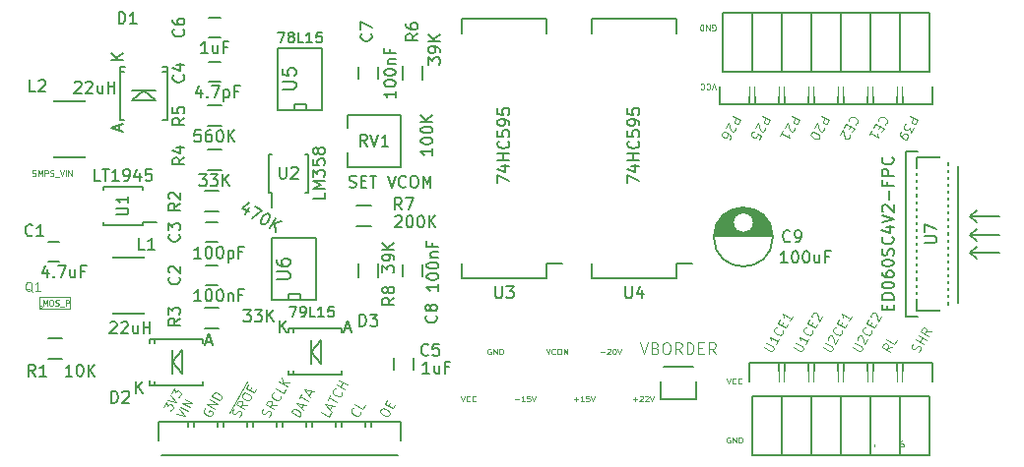
<source format=gto>
G04 #@! TF.FileFunction,Legend,Top*
%FSLAX46Y46*%
G04 Gerber Fmt 4.6, Leading zero omitted, Abs format (unit mm)*
G04 Created by KiCad (PCBNEW 4.0.4+e1-6308~48~ubuntu16.04.1-stable) date Wed Oct 19 17:44:58 2016*
%MOMM*%
%LPD*%
G01*
G04 APERTURE LIST*
%ADD10C,0.150000*%
%ADD11C,0.125000*%
%ADD12C,0.078740*%
%ADD13C,0.127000*%
%ADD14C,0.119380*%
%ADD15C,0.099060*%
%ADD16C,0.152400*%
%ADD17C,3.200000*%
%ADD18R,1.500000X1.250000*%
%ADD19R,1.250000X1.500000*%
%ADD20R,1.300000X1.300000*%
%ADD21C,1.300000*%
%ADD22R,1.501140X5.300980*%
%ADD23R,2.235200X2.235200*%
%ADD24R,0.800100X1.000760*%
%ADD25R,1.500000X1.300000*%
%ADD26R,1.300000X1.500000*%
%ADD27R,1.300000X2.000000*%
%ADD28R,1.400000X0.300000*%
%ADD29R,0.450000X1.450000*%
%ADD30R,2.032000X1.727200*%
%ADD31O,2.032000X1.727200*%
%ADD32O,2.300000X1.600000*%
%ADD33R,1.399540X0.599440*%
%ADD34C,3.000000*%
%ADD35R,1.200000X0.650000*%
G04 APERTURE END LIST*
D10*
D11*
X130691049Y-143799714D02*
X131072001Y-143799714D01*
X130881525Y-143990190D02*
X130881525Y-143609238D01*
X131286287Y-143537810D02*
X131310097Y-143514000D01*
X131357716Y-143490190D01*
X131476763Y-143490190D01*
X131524382Y-143514000D01*
X131548192Y-143537810D01*
X131572001Y-143585429D01*
X131572001Y-143633048D01*
X131548192Y-143704476D01*
X131262478Y-143990190D01*
X131572001Y-143990190D01*
X131762477Y-143537810D02*
X131786287Y-143514000D01*
X131833906Y-143490190D01*
X131952953Y-143490190D01*
X132000572Y-143514000D01*
X132024382Y-143537810D01*
X132048191Y-143585429D01*
X132048191Y-143633048D01*
X132024382Y-143704476D01*
X131738668Y-143990190D01*
X132048191Y-143990190D01*
X132191048Y-143490190D02*
X132357715Y-143990190D01*
X132524381Y-143490190D01*
X125611049Y-143799714D02*
X125992001Y-143799714D01*
X125801525Y-143990190D02*
X125801525Y-143609238D01*
X126492001Y-143990190D02*
X126206287Y-143990190D01*
X126349144Y-143990190D02*
X126349144Y-143490190D01*
X126301525Y-143561619D01*
X126253906Y-143609238D01*
X126206287Y-143633048D01*
X126944382Y-143490190D02*
X126706287Y-143490190D01*
X126682477Y-143728286D01*
X126706287Y-143704476D01*
X126753906Y-143680667D01*
X126872953Y-143680667D01*
X126920572Y-143704476D01*
X126944382Y-143728286D01*
X126968191Y-143775905D01*
X126968191Y-143894952D01*
X126944382Y-143942571D01*
X126920572Y-143966381D01*
X126872953Y-143990190D01*
X126753906Y-143990190D01*
X126706287Y-143966381D01*
X126682477Y-143942571D01*
X127111048Y-143490190D02*
X127277715Y-143990190D01*
X127444381Y-143490190D01*
X120531049Y-143799714D02*
X120912001Y-143799714D01*
X121412001Y-143990190D02*
X121126287Y-143990190D01*
X121269144Y-143990190D02*
X121269144Y-143490190D01*
X121221525Y-143561619D01*
X121173906Y-143609238D01*
X121126287Y-143633048D01*
X121864382Y-143490190D02*
X121626287Y-143490190D01*
X121602477Y-143728286D01*
X121626287Y-143704476D01*
X121673906Y-143680667D01*
X121792953Y-143680667D01*
X121840572Y-143704476D01*
X121864382Y-143728286D01*
X121888191Y-143775905D01*
X121888191Y-143894952D01*
X121864382Y-143942571D01*
X121840572Y-143966381D01*
X121792953Y-143990190D01*
X121673906Y-143990190D01*
X121626287Y-143966381D01*
X121602477Y-143942571D01*
X122031048Y-143490190D02*
X122197715Y-143990190D01*
X122364381Y-143490190D01*
X118491047Y-139450000D02*
X118443428Y-139426190D01*
X118372000Y-139426190D01*
X118300571Y-139450000D01*
X118252952Y-139497619D01*
X118229143Y-139545238D01*
X118205333Y-139640476D01*
X118205333Y-139711905D01*
X118229143Y-139807143D01*
X118252952Y-139854762D01*
X118300571Y-139902381D01*
X118372000Y-139926190D01*
X118419619Y-139926190D01*
X118491047Y-139902381D01*
X118514857Y-139878571D01*
X118514857Y-139711905D01*
X118419619Y-139711905D01*
X118729143Y-139926190D02*
X118729143Y-139426190D01*
X119014857Y-139926190D01*
X119014857Y-139426190D01*
X119252953Y-139926190D02*
X119252953Y-139426190D01*
X119372000Y-139426190D01*
X119443429Y-139450000D01*
X119491048Y-139497619D01*
X119514857Y-139545238D01*
X119538667Y-139640476D01*
X119538667Y-139711905D01*
X119514857Y-139807143D01*
X119491048Y-139854762D01*
X119443429Y-139902381D01*
X119372000Y-139926190D01*
X119252953Y-139926190D01*
X127897049Y-139735714D02*
X128278001Y-139735714D01*
X128492287Y-139473810D02*
X128516097Y-139450000D01*
X128563716Y-139426190D01*
X128682763Y-139426190D01*
X128730382Y-139450000D01*
X128754192Y-139473810D01*
X128778001Y-139521429D01*
X128778001Y-139569048D01*
X128754192Y-139640476D01*
X128468478Y-139926190D01*
X128778001Y-139926190D01*
X129087525Y-139426190D02*
X129135144Y-139426190D01*
X129182763Y-139450000D01*
X129206572Y-139473810D01*
X129230382Y-139521429D01*
X129254191Y-139616667D01*
X129254191Y-139735714D01*
X129230382Y-139830952D01*
X129206572Y-139878571D01*
X129182763Y-139902381D01*
X129135144Y-139926190D01*
X129087525Y-139926190D01*
X129039906Y-139902381D01*
X129016096Y-139878571D01*
X128992287Y-139830952D01*
X128968477Y-139735714D01*
X128968477Y-139616667D01*
X128992287Y-139521429D01*
X129016096Y-139473810D01*
X129039906Y-139450000D01*
X129087525Y-139426190D01*
X129397048Y-139426190D02*
X129563715Y-139926190D01*
X129730381Y-139426190D01*
X123241714Y-139426190D02*
X123408381Y-139926190D01*
X123575047Y-139426190D01*
X124027428Y-139878571D02*
X124003618Y-139902381D01*
X123932190Y-139926190D01*
X123884571Y-139926190D01*
X123813142Y-139902381D01*
X123765523Y-139854762D01*
X123741714Y-139807143D01*
X123717904Y-139711905D01*
X123717904Y-139640476D01*
X123741714Y-139545238D01*
X123765523Y-139497619D01*
X123813142Y-139450000D01*
X123884571Y-139426190D01*
X123932190Y-139426190D01*
X124003618Y-139450000D01*
X124027428Y-139473810D01*
X124336952Y-139426190D02*
X124432190Y-139426190D01*
X124479809Y-139450000D01*
X124527428Y-139497619D01*
X124551237Y-139592857D01*
X124551237Y-139759524D01*
X124527428Y-139854762D01*
X124479809Y-139902381D01*
X124432190Y-139926190D01*
X124336952Y-139926190D01*
X124289333Y-139902381D01*
X124241714Y-139854762D01*
X124217904Y-139759524D01*
X124217904Y-139592857D01*
X124241714Y-139497619D01*
X124289333Y-139450000D01*
X124336952Y-139426190D01*
X124765524Y-139926190D02*
X124765524Y-139426190D01*
X124932190Y-139783333D01*
X125098857Y-139426190D01*
X125098857Y-139926190D01*
X115919334Y-143490190D02*
X116086001Y-143990190D01*
X116252667Y-143490190D01*
X116705048Y-143942571D02*
X116681238Y-143966381D01*
X116609810Y-143990190D01*
X116562191Y-143990190D01*
X116490762Y-143966381D01*
X116443143Y-143918762D01*
X116419334Y-143871143D01*
X116395524Y-143775905D01*
X116395524Y-143704476D01*
X116419334Y-143609238D01*
X116443143Y-143561619D01*
X116490762Y-143514000D01*
X116562191Y-143490190D01*
X116609810Y-143490190D01*
X116681238Y-143514000D01*
X116705048Y-143537810D01*
X117205048Y-143942571D02*
X117181238Y-143966381D01*
X117109810Y-143990190D01*
X117062191Y-143990190D01*
X116990762Y-143966381D01*
X116943143Y-143918762D01*
X116919334Y-143871143D01*
X116895524Y-143775905D01*
X116895524Y-143704476D01*
X116919334Y-143609238D01*
X116943143Y-143561619D01*
X116990762Y-143514000D01*
X117062191Y-143490190D01*
X117109810Y-143490190D01*
X117181238Y-143514000D01*
X117205048Y-143537810D01*
D10*
X97712494Y-127274756D02*
X97379160Y-127852107D01*
X97696772Y-126825794D02*
X97133433Y-127325337D01*
X97669544Y-127634861D01*
X98250313Y-127200367D02*
X98827664Y-127533701D01*
X97956510Y-128185440D01*
X99322535Y-127819415D02*
X99405015Y-127867034D01*
X99463684Y-127955892D01*
X99481113Y-128020941D01*
X99474734Y-128127229D01*
X99420735Y-128315996D01*
X99301687Y-128522193D01*
X99165210Y-128663340D01*
X99076351Y-128722009D01*
X99011303Y-128739439D01*
X98905015Y-128733059D01*
X98822535Y-128685440D01*
X98763866Y-128596582D01*
X98746436Y-128531533D01*
X98752816Y-128425245D01*
X98806815Y-128236478D01*
X98925863Y-128030281D01*
X99062340Y-127889134D01*
X99151198Y-127830465D01*
X99216247Y-127813035D01*
X99322535Y-127819415D01*
X99482364Y-129066392D02*
X99982364Y-128200367D01*
X99977236Y-129352107D02*
X99891797Y-128642949D01*
X100477236Y-128486082D02*
X99696650Y-128695239D01*
D11*
X139291343Y-119364005D02*
X139984163Y-119764005D01*
X139831782Y-120027936D01*
X139760696Y-120074872D01*
X139708657Y-120088816D01*
X139623626Y-120083712D01*
X139524652Y-120026569D01*
X139477717Y-119955482D01*
X139463773Y-119903444D01*
X139468877Y-119818413D01*
X139621258Y-119554481D01*
X139537228Y-120385739D02*
X139551172Y-120437777D01*
X139546068Y-120522808D01*
X139450830Y-120687765D01*
X139379744Y-120734700D01*
X139327704Y-120748645D01*
X139242674Y-120743541D01*
X139176691Y-120705446D01*
X139096764Y-120615311D01*
X138929438Y-119990842D01*
X138681819Y-120419731D01*
X139031782Y-121413577D02*
X139107973Y-121281611D01*
X139113077Y-121196581D01*
X139099133Y-121144542D01*
X139038254Y-121021416D01*
X138925336Y-120912234D01*
X138661404Y-120759853D01*
X138576374Y-120754749D01*
X138524334Y-120768693D01*
X138453248Y-120815629D01*
X138377057Y-120947594D01*
X138371953Y-121032624D01*
X138385897Y-121084664D01*
X138432832Y-121155751D01*
X138597789Y-121250989D01*
X138682820Y-121256093D01*
X138734860Y-121242148D01*
X138805946Y-121195213D01*
X138882136Y-121063248D01*
X138887241Y-120978217D01*
X138873297Y-120926178D01*
X138826361Y-120855091D01*
X141831343Y-119364005D02*
X142524163Y-119764005D01*
X142371782Y-120027936D01*
X142300696Y-120074872D01*
X142248657Y-120088816D01*
X142163626Y-120083712D01*
X142064652Y-120026569D01*
X142017717Y-119955482D01*
X142003773Y-119903444D01*
X142008877Y-119818413D01*
X142161258Y-119554481D01*
X142077228Y-120385739D02*
X142091172Y-120437777D01*
X142086068Y-120522808D01*
X141990830Y-120687765D01*
X141919744Y-120734700D01*
X141867704Y-120748645D01*
X141782674Y-120743541D01*
X141716691Y-120705446D01*
X141636764Y-120615311D01*
X141469438Y-119990842D01*
X141221819Y-120419731D01*
X141552734Y-121446569D02*
X141743211Y-121116654D01*
X141432344Y-120893187D01*
X141446288Y-120945225D01*
X141441184Y-121030256D01*
X141345946Y-121195213D01*
X141274860Y-121242148D01*
X141222820Y-121256093D01*
X141137789Y-121250989D01*
X140972832Y-121155751D01*
X140925897Y-121084664D01*
X140911953Y-121032624D01*
X140917057Y-120947594D01*
X141012295Y-120782637D01*
X141083382Y-120735701D01*
X141135421Y-120721758D01*
X144371343Y-119364005D02*
X145064163Y-119764005D01*
X144911782Y-120027936D01*
X144840696Y-120074872D01*
X144788657Y-120088816D01*
X144703626Y-120083712D01*
X144604652Y-120026569D01*
X144557717Y-119955482D01*
X144543773Y-119903444D01*
X144548877Y-119818413D01*
X144701258Y-119554481D01*
X144617228Y-120385739D02*
X144631172Y-120437777D01*
X144626068Y-120522808D01*
X144530830Y-120687765D01*
X144459744Y-120734700D01*
X144407704Y-120748645D01*
X144322674Y-120743541D01*
X144256691Y-120705446D01*
X144176764Y-120615311D01*
X144009438Y-119990842D01*
X143761819Y-120419731D01*
X143380867Y-121079560D02*
X143609438Y-120683663D01*
X143495153Y-120881611D02*
X144187973Y-121281611D01*
X144127094Y-121158486D01*
X144099206Y-121054407D01*
X144104310Y-120969377D01*
X146911343Y-119364005D02*
X147604163Y-119764005D01*
X147451782Y-120027936D01*
X147380696Y-120074872D01*
X147328657Y-120088816D01*
X147243626Y-120083712D01*
X147144652Y-120026569D01*
X147097717Y-119955482D01*
X147083773Y-119903444D01*
X147088877Y-119818413D01*
X147241258Y-119554481D01*
X147157228Y-120385739D02*
X147171172Y-120437777D01*
X147166068Y-120522808D01*
X147070830Y-120687765D01*
X146999744Y-120734700D01*
X146947704Y-120748645D01*
X146862674Y-120743541D01*
X146796691Y-120705446D01*
X146716764Y-120615311D01*
X146549438Y-119990842D01*
X146301819Y-120419731D01*
X146747020Y-121248620D02*
X146708925Y-121314603D01*
X146637839Y-121361538D01*
X146585800Y-121375482D01*
X146500769Y-121370378D01*
X146349755Y-121327179D01*
X146184798Y-121231941D01*
X146071880Y-121122759D01*
X146024945Y-121051672D01*
X146011001Y-120999633D01*
X146016105Y-120914603D01*
X146054200Y-120848620D01*
X146125286Y-120801685D01*
X146177326Y-120787741D01*
X146262356Y-120792844D01*
X146413370Y-120836044D01*
X146578327Y-120931282D01*
X146691245Y-121040463D01*
X146738181Y-121111550D01*
X146752124Y-121163590D01*
X146747020Y-121248620D01*
X149288755Y-119797998D02*
X149274810Y-119745958D01*
X149298962Y-119627936D01*
X149337057Y-119561954D01*
X149427191Y-119482027D01*
X149531270Y-119454139D01*
X149616300Y-119459243D01*
X149767313Y-119502442D01*
X149866288Y-119559585D01*
X149979206Y-119668767D01*
X150026142Y-119739853D01*
X150054029Y-119843932D01*
X150029877Y-119961954D01*
X149991782Y-120027936D01*
X149901648Y-120107863D01*
X149849609Y-120121807D01*
X149414249Y-120266349D02*
X149280916Y-120497289D01*
X148860867Y-120386740D02*
X149051343Y-120056825D01*
X149744163Y-120456825D01*
X149553687Y-120786740D01*
X149335323Y-121012576D02*
X149349267Y-121064615D01*
X149344163Y-121149646D01*
X149248925Y-121314603D01*
X149177839Y-121361538D01*
X149125799Y-121375483D01*
X149040769Y-121370378D01*
X148974786Y-121332283D01*
X148894859Y-121242149D01*
X148727533Y-120617680D01*
X148479914Y-121046569D01*
X151828755Y-119797998D02*
X151814810Y-119745958D01*
X151838962Y-119627936D01*
X151877057Y-119561954D01*
X151967191Y-119482027D01*
X152071270Y-119454139D01*
X152156300Y-119459243D01*
X152307313Y-119502442D01*
X152406288Y-119559585D01*
X152519206Y-119668767D01*
X152566142Y-119739853D01*
X152594029Y-119843932D01*
X152569877Y-119961954D01*
X152531782Y-120027936D01*
X152441648Y-120107863D01*
X152389609Y-120121807D01*
X151954249Y-120266349D02*
X151820916Y-120497289D01*
X151400867Y-120386740D02*
X151591343Y-120056825D01*
X152284163Y-120456825D01*
X152093687Y-120786740D01*
X151019914Y-121046569D02*
X151248486Y-120650671D01*
X151134200Y-120848620D02*
X151827020Y-121248620D01*
X151766142Y-121125495D01*
X151738254Y-121021416D01*
X151743358Y-120936386D01*
X154531343Y-119364005D02*
X155224163Y-119764005D01*
X155071782Y-120027936D01*
X155000696Y-120074872D01*
X154948657Y-120088816D01*
X154863626Y-120083712D01*
X154764652Y-120026569D01*
X154717717Y-119955482D01*
X154703773Y-119903444D01*
X154708877Y-119818413D01*
X154861258Y-119554481D01*
X154862258Y-120390842D02*
X154614639Y-120819731D01*
X154484041Y-120436410D01*
X154426898Y-120535384D01*
X154355812Y-120582319D01*
X154303773Y-120596264D01*
X154218742Y-120591160D01*
X154053785Y-120495922D01*
X154006850Y-120424835D01*
X153992906Y-120372795D01*
X153998010Y-120287765D01*
X154112296Y-120089816D01*
X154183382Y-120042881D01*
X154235421Y-120028938D01*
X153731343Y-120749645D02*
X153655153Y-120881611D01*
X153650048Y-120966642D01*
X153663993Y-121018681D01*
X153724871Y-121141807D01*
X153837789Y-121250989D01*
X154101721Y-121403370D01*
X154186752Y-121408474D01*
X154238791Y-121394529D01*
X154309877Y-121347594D01*
X154386068Y-121215629D01*
X154391172Y-121130598D01*
X154377228Y-121078559D01*
X154330293Y-121007472D01*
X154165336Y-120912234D01*
X154080306Y-120907130D01*
X154028266Y-120921074D01*
X153957179Y-120968010D01*
X153880989Y-121099975D01*
X153875885Y-121185005D01*
X153889829Y-121237045D01*
X153936764Y-121308132D01*
X155296618Y-139729939D02*
X155386752Y-139650012D01*
X155481990Y-139485055D01*
X155487094Y-139400025D01*
X155473150Y-139347985D01*
X155426215Y-139276899D01*
X155360232Y-139238803D01*
X155275202Y-139233699D01*
X155223163Y-139247644D01*
X155152075Y-139294579D01*
X155042894Y-139407497D01*
X154971807Y-139454433D01*
X154919768Y-139468376D01*
X154834737Y-139463272D01*
X154768755Y-139425177D01*
X154721819Y-139354090D01*
X154707875Y-139302052D01*
X154712980Y-139217021D01*
X154808218Y-139052064D01*
X154898352Y-138972137D01*
X155729609Y-139056166D02*
X155036789Y-138656166D01*
X155366703Y-138846642D02*
X155595275Y-138450745D01*
X155958181Y-138660269D02*
X155265361Y-138260269D01*
X156377228Y-137934457D02*
X155913980Y-137974921D01*
X156148657Y-138330355D02*
X155455837Y-137930355D01*
X155608218Y-137666423D01*
X155679304Y-137619487D01*
X155731343Y-137605544D01*
X155816374Y-137610648D01*
X155915348Y-137667790D01*
X155962283Y-137738877D01*
X155976227Y-137790916D01*
X155971123Y-137875947D01*
X155818742Y-138139878D01*
X153037228Y-139320098D02*
X152573980Y-139360562D01*
X152808657Y-139715995D02*
X152115837Y-139315995D01*
X152268218Y-139052064D01*
X152339304Y-139005128D01*
X152391343Y-138991184D01*
X152476374Y-138996288D01*
X152575348Y-139053431D01*
X152622283Y-139124518D01*
X152636227Y-139176556D01*
X152631123Y-139261587D01*
X152478742Y-139525519D01*
X153399133Y-138693260D02*
X153208657Y-139023175D01*
X152515837Y-138623175D01*
X149575837Y-139315995D02*
X150136691Y-139639805D01*
X150221721Y-139644909D01*
X150273761Y-139630965D01*
X150344847Y-139584030D01*
X150421038Y-139452064D01*
X150426142Y-139367033D01*
X150412198Y-139314994D01*
X150365263Y-139243907D01*
X149804408Y-138920098D01*
X150041819Y-138661270D02*
X150027875Y-138609231D01*
X150032980Y-138524201D01*
X150128218Y-138359243D01*
X150199304Y-138312309D01*
X150251343Y-138298364D01*
X150336374Y-138303468D01*
X150402356Y-138341563D01*
X150482283Y-138431697D01*
X150649609Y-139056166D01*
X150897228Y-138627278D01*
X151231245Y-137896362D02*
X151245190Y-137948401D01*
X151221038Y-138066423D01*
X151182943Y-138132406D01*
X151092809Y-138212333D01*
X150988730Y-138240221D01*
X150903700Y-138235117D01*
X150752687Y-138191918D01*
X150653712Y-138134775D01*
X150540794Y-138025593D01*
X150493858Y-137954506D01*
X150465971Y-137850428D01*
X150490123Y-137732406D01*
X150528218Y-137666423D01*
X150618352Y-137586496D01*
X150670391Y-137572552D01*
X151105751Y-137428010D02*
X151239084Y-137197070D01*
X151659133Y-137307620D02*
X151468657Y-137637534D01*
X150775837Y-137237534D01*
X150966313Y-136907620D01*
X151184677Y-136681783D02*
X151170733Y-136629744D01*
X151175837Y-136544713D01*
X151271075Y-136379756D01*
X151342161Y-136332821D01*
X151394201Y-136318877D01*
X151479231Y-136323981D01*
X151545214Y-136362076D01*
X151625141Y-136452210D01*
X151792467Y-137076679D01*
X152040086Y-136647790D01*
X147035837Y-139315995D02*
X147596691Y-139639805D01*
X147681721Y-139644909D01*
X147733761Y-139630965D01*
X147804847Y-139584030D01*
X147881038Y-139452064D01*
X147886142Y-139367033D01*
X147872198Y-139314994D01*
X147825263Y-139243907D01*
X147264408Y-138920098D01*
X147501819Y-138661270D02*
X147487875Y-138609231D01*
X147492980Y-138524201D01*
X147588218Y-138359243D01*
X147659304Y-138312309D01*
X147711343Y-138298364D01*
X147796374Y-138303468D01*
X147862356Y-138341563D01*
X147942283Y-138431697D01*
X148109609Y-139056166D01*
X148357228Y-138627278D01*
X148691245Y-137896362D02*
X148705190Y-137948401D01*
X148681038Y-138066423D01*
X148642943Y-138132406D01*
X148552809Y-138212333D01*
X148448730Y-138240221D01*
X148363700Y-138235117D01*
X148212687Y-138191918D01*
X148113712Y-138134775D01*
X148000794Y-138025593D01*
X147953858Y-137954506D01*
X147925971Y-137850428D01*
X147950123Y-137732406D01*
X147988218Y-137666423D01*
X148078352Y-137586496D01*
X148130391Y-137572552D01*
X148565751Y-137428010D02*
X148699084Y-137197070D01*
X149119133Y-137307620D02*
X148928657Y-137637534D01*
X148235837Y-137237534D01*
X148426313Y-136907620D01*
X149500086Y-136647790D02*
X149271514Y-137043688D01*
X149385800Y-136845740D02*
X148692980Y-136445740D01*
X148753858Y-136568865D01*
X148781746Y-136672943D01*
X148776642Y-136757973D01*
X144495837Y-139315995D02*
X145056691Y-139639805D01*
X145141721Y-139644909D01*
X145193761Y-139630965D01*
X145264847Y-139584030D01*
X145341038Y-139452064D01*
X145346142Y-139367033D01*
X145332198Y-139314994D01*
X145285263Y-139243907D01*
X144724408Y-138920098D01*
X145817228Y-138627278D02*
X145588657Y-139023175D01*
X145702942Y-138825227D02*
X145010122Y-138425227D01*
X145071001Y-138548352D01*
X145098889Y-138652431D01*
X145093785Y-138737461D01*
X146151245Y-137896362D02*
X146165190Y-137948401D01*
X146141038Y-138066423D01*
X146102943Y-138132406D01*
X146012809Y-138212333D01*
X145908730Y-138240221D01*
X145823700Y-138235117D01*
X145672687Y-138191918D01*
X145573712Y-138134775D01*
X145460794Y-138025593D01*
X145413858Y-137954506D01*
X145385971Y-137850428D01*
X145410123Y-137732406D01*
X145448218Y-137666423D01*
X145538352Y-137586496D01*
X145590391Y-137572552D01*
X146025751Y-137428010D02*
X146159084Y-137197070D01*
X146579133Y-137307620D02*
X146388657Y-137637534D01*
X145695837Y-137237534D01*
X145886313Y-136907620D01*
X146104677Y-136681783D02*
X146090733Y-136629744D01*
X146095837Y-136544713D01*
X146191075Y-136379756D01*
X146262161Y-136332821D01*
X146314201Y-136318877D01*
X146399231Y-136323981D01*
X146465214Y-136362076D01*
X146545141Y-136452210D01*
X146712467Y-137076679D01*
X146960086Y-136647790D01*
X79069620Y-124535381D02*
X79141049Y-124559190D01*
X79260096Y-124559190D01*
X79307715Y-124535381D01*
X79331525Y-124511571D01*
X79355334Y-124463952D01*
X79355334Y-124416333D01*
X79331525Y-124368714D01*
X79307715Y-124344905D01*
X79260096Y-124321095D01*
X79164858Y-124297286D01*
X79117239Y-124273476D01*
X79093430Y-124249667D01*
X79069620Y-124202048D01*
X79069620Y-124154429D01*
X79093430Y-124106810D01*
X79117239Y-124083000D01*
X79164858Y-124059190D01*
X79283906Y-124059190D01*
X79355334Y-124083000D01*
X79569620Y-124559190D02*
X79569620Y-124059190D01*
X79736286Y-124416333D01*
X79902953Y-124059190D01*
X79902953Y-124559190D01*
X80141049Y-124559190D02*
X80141049Y-124059190D01*
X80331525Y-124059190D01*
X80379144Y-124083000D01*
X80402953Y-124106810D01*
X80426763Y-124154429D01*
X80426763Y-124225857D01*
X80402953Y-124273476D01*
X80379144Y-124297286D01*
X80331525Y-124321095D01*
X80141049Y-124321095D01*
X80617239Y-124535381D02*
X80688668Y-124559190D01*
X80807715Y-124559190D01*
X80855334Y-124535381D01*
X80879144Y-124511571D01*
X80902953Y-124463952D01*
X80902953Y-124416333D01*
X80879144Y-124368714D01*
X80855334Y-124344905D01*
X80807715Y-124321095D01*
X80712477Y-124297286D01*
X80664858Y-124273476D01*
X80641049Y-124249667D01*
X80617239Y-124202048D01*
X80617239Y-124154429D01*
X80641049Y-124106810D01*
X80664858Y-124083000D01*
X80712477Y-124059190D01*
X80831525Y-124059190D01*
X80902953Y-124083000D01*
X80998191Y-124606810D02*
X81379143Y-124606810D01*
X81426762Y-124059190D02*
X81593429Y-124559190D01*
X81760095Y-124059190D01*
X81926762Y-124559190D02*
X81926762Y-124059190D01*
X82164857Y-124559190D02*
X82164857Y-124059190D01*
X82450571Y-124559190D01*
X82450571Y-124059190D01*
X137540953Y-112010000D02*
X137588572Y-112033810D01*
X137660000Y-112033810D01*
X137731429Y-112010000D01*
X137779048Y-111962381D01*
X137802857Y-111914762D01*
X137826667Y-111819524D01*
X137826667Y-111748095D01*
X137802857Y-111652857D01*
X137779048Y-111605238D01*
X137731429Y-111557619D01*
X137660000Y-111533810D01*
X137612381Y-111533810D01*
X137540953Y-111557619D01*
X137517143Y-111581429D01*
X137517143Y-111748095D01*
X137612381Y-111748095D01*
X137302857Y-111533810D02*
X137302857Y-112033810D01*
X137017143Y-111533810D01*
X137017143Y-112033810D01*
X136779047Y-111533810D02*
X136779047Y-112033810D01*
X136660000Y-112033810D01*
X136588571Y-112010000D01*
X136540952Y-111962381D01*
X136517143Y-111914762D01*
X136493333Y-111819524D01*
X136493333Y-111748095D01*
X136517143Y-111652857D01*
X136540952Y-111605238D01*
X136588571Y-111557619D01*
X136660000Y-111533810D01*
X136779047Y-111533810D01*
X137826666Y-117113810D02*
X137659999Y-116613810D01*
X137493333Y-117113810D01*
X137040952Y-116661429D02*
X137064762Y-116637619D01*
X137136190Y-116613810D01*
X137183809Y-116613810D01*
X137255238Y-116637619D01*
X137302857Y-116685238D01*
X137326666Y-116732857D01*
X137350476Y-116828095D01*
X137350476Y-116899524D01*
X137326666Y-116994762D01*
X137302857Y-117042381D01*
X137255238Y-117090000D01*
X137183809Y-117113810D01*
X137136190Y-117113810D01*
X137064762Y-117090000D01*
X137040952Y-117066190D01*
X136540952Y-116661429D02*
X136564762Y-116637619D01*
X136636190Y-116613810D01*
X136683809Y-116613810D01*
X136755238Y-116637619D01*
X136802857Y-116685238D01*
X136826666Y-116732857D01*
X136850476Y-116828095D01*
X136850476Y-116899524D01*
X136826666Y-116994762D01*
X136802857Y-117042381D01*
X136755238Y-117090000D01*
X136683809Y-117113810D01*
X136636190Y-117113810D01*
X136564762Y-117090000D01*
X136540952Y-117066190D01*
X139065047Y-147070000D02*
X139017428Y-147046190D01*
X138946000Y-147046190D01*
X138874571Y-147070000D01*
X138826952Y-147117619D01*
X138803143Y-147165238D01*
X138779333Y-147260476D01*
X138779333Y-147331905D01*
X138803143Y-147427143D01*
X138826952Y-147474762D01*
X138874571Y-147522381D01*
X138946000Y-147546190D01*
X138993619Y-147546190D01*
X139065047Y-147522381D01*
X139088857Y-147498571D01*
X139088857Y-147331905D01*
X138993619Y-147331905D01*
X139303143Y-147546190D02*
X139303143Y-147046190D01*
X139588857Y-147546190D01*
X139588857Y-147046190D01*
X139826953Y-147546190D02*
X139826953Y-147046190D01*
X139946000Y-147046190D01*
X140017429Y-147070000D01*
X140065048Y-147117619D01*
X140088857Y-147165238D01*
X140112667Y-147260476D01*
X140112667Y-147331905D01*
X140088857Y-147427143D01*
X140065048Y-147474762D01*
X140017429Y-147522381D01*
X139946000Y-147546190D01*
X139826953Y-147546190D01*
X138779334Y-141966190D02*
X138946001Y-142466190D01*
X139112667Y-141966190D01*
X139565048Y-142418571D02*
X139541238Y-142442381D01*
X139469810Y-142466190D01*
X139422191Y-142466190D01*
X139350762Y-142442381D01*
X139303143Y-142394762D01*
X139279334Y-142347143D01*
X139255524Y-142251905D01*
X139255524Y-142180476D01*
X139279334Y-142085238D01*
X139303143Y-142037619D01*
X139350762Y-141990000D01*
X139422191Y-141966190D01*
X139469810Y-141966190D01*
X139541238Y-141990000D01*
X139565048Y-142013810D01*
X140065048Y-142418571D02*
X140041238Y-142442381D01*
X139969810Y-142466190D01*
X139922191Y-142466190D01*
X139850762Y-142442381D01*
X139803143Y-142394762D01*
X139779334Y-142347143D01*
X139755524Y-142251905D01*
X139755524Y-142180476D01*
X139779334Y-142085238D01*
X139803143Y-142037619D01*
X139850762Y-141990000D01*
X139922191Y-141966190D01*
X139969810Y-141966190D01*
X140041238Y-141990000D01*
X140065048Y-142013810D01*
X109012027Y-144772030D02*
X109088218Y-144640064D01*
X109159304Y-144593128D01*
X109263382Y-144565240D01*
X109414395Y-144608440D01*
X109645336Y-144741773D01*
X109758254Y-144850955D01*
X109786142Y-144955033D01*
X109781038Y-145040064D01*
X109704847Y-145172030D01*
X109633761Y-145218965D01*
X109529682Y-145246852D01*
X109378669Y-145203653D01*
X109147729Y-145070320D01*
X109034810Y-144961138D01*
X109006923Y-144857060D01*
X109012027Y-144772030D01*
X109684798Y-144368660D02*
X109818132Y-144137719D01*
X110238181Y-144248269D02*
X110047704Y-144578184D01*
X109354884Y-144178184D01*
X109545361Y-143848269D01*
X107251245Y-144870002D02*
X107265190Y-144922042D01*
X107241038Y-145040064D01*
X107202943Y-145106046D01*
X107112809Y-145185973D01*
X107008730Y-145213861D01*
X106923700Y-145208757D01*
X106772687Y-145165558D01*
X106673712Y-145108415D01*
X106560794Y-144999233D01*
X106513858Y-144928147D01*
X106485971Y-144824068D01*
X106510123Y-144706046D01*
X106548218Y-144640064D01*
X106638352Y-144560137D01*
X106690391Y-144546193D01*
X107679133Y-144281260D02*
X107488657Y-144611175D01*
X106795837Y-144211175D01*
X102008657Y-145303995D02*
X101315837Y-144903995D01*
X101411075Y-144739038D01*
X101501209Y-144659111D01*
X101605287Y-144631223D01*
X101690318Y-144636327D01*
X101841331Y-144679526D01*
X101940306Y-144736669D01*
X102053224Y-144845851D01*
X102100159Y-144916937D01*
X102128047Y-145021016D01*
X102103895Y-145139038D01*
X102008657Y-145303995D01*
X102191660Y-144529880D02*
X102382136Y-144199966D01*
X102351514Y-144710150D02*
X101792027Y-144079209D01*
X102618181Y-144248269D01*
X102001551Y-143716304D02*
X102230122Y-143320407D01*
X102808657Y-143918355D02*
X102115837Y-143518355D01*
X102839279Y-143408171D02*
X103029755Y-143078257D01*
X102999133Y-143588441D02*
X102439646Y-142957500D01*
X103265800Y-143126560D01*
X99416618Y-145317939D02*
X99506752Y-145238012D01*
X99601990Y-145073055D01*
X99607094Y-144988025D01*
X99593150Y-144935985D01*
X99546215Y-144864899D01*
X99480232Y-144826803D01*
X99395202Y-144821699D01*
X99343163Y-144835644D01*
X99272075Y-144882579D01*
X99162894Y-144995497D01*
X99091807Y-145042433D01*
X99039768Y-145056376D01*
X98954737Y-145051272D01*
X98888755Y-145013177D01*
X98841819Y-144942090D01*
X98827875Y-144890052D01*
X98832980Y-144805021D01*
X98928218Y-144640064D01*
X99018352Y-144560137D01*
X100078181Y-144248269D02*
X99614932Y-144288733D01*
X99849609Y-144644166D02*
X99156789Y-144244166D01*
X99309170Y-143980235D01*
X99380257Y-143933299D01*
X99432296Y-143919355D01*
X99517326Y-143924459D01*
X99616300Y-143981602D01*
X99663236Y-144052689D01*
X99677180Y-144104727D01*
X99672075Y-144189758D01*
X99519694Y-144453690D01*
X100412198Y-143517353D02*
X100426142Y-143569392D01*
X100401990Y-143687414D01*
X100363895Y-143753397D01*
X100273761Y-143833324D01*
X100169682Y-143861212D01*
X100084652Y-143856108D01*
X99933639Y-143812909D01*
X99834664Y-143755766D01*
X99721746Y-143646584D01*
X99674810Y-143575497D01*
X99646923Y-143471419D01*
X99671075Y-143353397D01*
X99709170Y-143287414D01*
X99799304Y-143207487D01*
X99851343Y-143193544D01*
X100840086Y-142928611D02*
X100649609Y-143258526D01*
X99956789Y-142858526D01*
X100973419Y-142697671D02*
X100280599Y-142297671D01*
X101201990Y-142301774D02*
X100634664Y-142370125D01*
X100509170Y-141901774D02*
X100676496Y-142526243D01*
X153713738Y-147839881D02*
X153785167Y-147863690D01*
X153904214Y-147863690D01*
X153951833Y-147839881D01*
X153975643Y-147816071D01*
X153999452Y-147768452D01*
X153999452Y-147720833D01*
X153975643Y-147673214D01*
X153951833Y-147649405D01*
X153904214Y-147625595D01*
X153808976Y-147601786D01*
X153761357Y-147577976D01*
X153737548Y-147554167D01*
X153713738Y-147506548D01*
X153713738Y-147458929D01*
X153737548Y-147411310D01*
X153761357Y-147387500D01*
X153808976Y-147363690D01*
X153928024Y-147363690D01*
X153999452Y-147387500D01*
X154213738Y-147863690D02*
X154213738Y-147363690D01*
X154213738Y-147601786D02*
X154499452Y-147601786D01*
X154499452Y-147863690D02*
X154499452Y-147363690D01*
X155023262Y-147863690D02*
X154856595Y-147625595D01*
X154737548Y-147863690D02*
X154737548Y-147363690D01*
X154928024Y-147363690D01*
X154975643Y-147387500D01*
X154999452Y-147411310D01*
X155023262Y-147458929D01*
X155023262Y-147530357D01*
X154999452Y-147577976D01*
X154975643Y-147601786D01*
X154928024Y-147625595D01*
X154737548Y-147625595D01*
X151780881Y-147863690D02*
X151614214Y-147625595D01*
X151495167Y-147863690D02*
X151495167Y-147363690D01*
X151685643Y-147363690D01*
X151733262Y-147387500D01*
X151757071Y-147411310D01*
X151780881Y-147458929D01*
X151780881Y-147530357D01*
X151757071Y-147577976D01*
X151733262Y-147601786D01*
X151685643Y-147625595D01*
X151495167Y-147625595D01*
X152233262Y-147863690D02*
X151995167Y-147863690D01*
X151995167Y-147363690D01*
D10*
X106331190Y-125499762D02*
X106474047Y-125547381D01*
X106712143Y-125547381D01*
X106807381Y-125499762D01*
X106855000Y-125452143D01*
X106902619Y-125356905D01*
X106902619Y-125261667D01*
X106855000Y-125166429D01*
X106807381Y-125118810D01*
X106712143Y-125071190D01*
X106521666Y-125023571D01*
X106426428Y-124975952D01*
X106378809Y-124928333D01*
X106331190Y-124833095D01*
X106331190Y-124737857D01*
X106378809Y-124642619D01*
X106426428Y-124595000D01*
X106521666Y-124547381D01*
X106759762Y-124547381D01*
X106902619Y-124595000D01*
X107331190Y-125023571D02*
X107664524Y-125023571D01*
X107807381Y-125547381D02*
X107331190Y-125547381D01*
X107331190Y-124547381D01*
X107807381Y-124547381D01*
X108093095Y-124547381D02*
X108664524Y-124547381D01*
X108378809Y-125547381D02*
X108378809Y-124547381D01*
X109616905Y-124547381D02*
X109950238Y-125547381D01*
X110283572Y-124547381D01*
X111188334Y-125452143D02*
X111140715Y-125499762D01*
X110997858Y-125547381D01*
X110902620Y-125547381D01*
X110759762Y-125499762D01*
X110664524Y-125404524D01*
X110616905Y-125309286D01*
X110569286Y-125118810D01*
X110569286Y-124975952D01*
X110616905Y-124785476D01*
X110664524Y-124690238D01*
X110759762Y-124595000D01*
X110902620Y-124547381D01*
X110997858Y-124547381D01*
X111140715Y-124595000D01*
X111188334Y-124642619D01*
X111807381Y-124547381D02*
X111997858Y-124547381D01*
X112093096Y-124595000D01*
X112188334Y-124690238D01*
X112235953Y-124880714D01*
X112235953Y-125214048D01*
X112188334Y-125404524D01*
X112093096Y-125499762D01*
X111997858Y-125547381D01*
X111807381Y-125547381D01*
X111712143Y-125499762D01*
X111616905Y-125404524D01*
X111569286Y-125214048D01*
X111569286Y-124880714D01*
X111616905Y-124690238D01*
X111712143Y-124595000D01*
X111807381Y-124547381D01*
X112664524Y-125547381D02*
X112664524Y-124547381D01*
X112997858Y-125261667D01*
X113331191Y-124547381D01*
X113331191Y-125547381D01*
D11*
X131310476Y-138898381D02*
X131643809Y-139898381D01*
X131977143Y-138898381D01*
X132643810Y-139374571D02*
X132786667Y-139422190D01*
X132834286Y-139469810D01*
X132881905Y-139565048D01*
X132881905Y-139707905D01*
X132834286Y-139803143D01*
X132786667Y-139850762D01*
X132691429Y-139898381D01*
X132310476Y-139898381D01*
X132310476Y-138898381D01*
X132643810Y-138898381D01*
X132739048Y-138946000D01*
X132786667Y-138993619D01*
X132834286Y-139088857D01*
X132834286Y-139184095D01*
X132786667Y-139279333D01*
X132739048Y-139326952D01*
X132643810Y-139374571D01*
X132310476Y-139374571D01*
X133500952Y-138898381D02*
X133691429Y-138898381D01*
X133786667Y-138946000D01*
X133881905Y-139041238D01*
X133929524Y-139231714D01*
X133929524Y-139565048D01*
X133881905Y-139755524D01*
X133786667Y-139850762D01*
X133691429Y-139898381D01*
X133500952Y-139898381D01*
X133405714Y-139850762D01*
X133310476Y-139755524D01*
X133262857Y-139565048D01*
X133262857Y-139231714D01*
X133310476Y-139041238D01*
X133405714Y-138946000D01*
X133500952Y-138898381D01*
X134929524Y-139898381D02*
X134596190Y-139422190D01*
X134358095Y-139898381D02*
X134358095Y-138898381D01*
X134739048Y-138898381D01*
X134834286Y-138946000D01*
X134881905Y-138993619D01*
X134929524Y-139088857D01*
X134929524Y-139231714D01*
X134881905Y-139326952D01*
X134834286Y-139374571D01*
X134739048Y-139422190D01*
X134358095Y-139422190D01*
X135358095Y-139898381D02*
X135358095Y-138898381D01*
X135596190Y-138898381D01*
X135739048Y-138946000D01*
X135834286Y-139041238D01*
X135881905Y-139136476D01*
X135929524Y-139326952D01*
X135929524Y-139469810D01*
X135881905Y-139660286D01*
X135834286Y-139755524D01*
X135739048Y-139850762D01*
X135596190Y-139898381D01*
X135358095Y-139898381D01*
X136358095Y-139374571D02*
X136691429Y-139374571D01*
X136834286Y-139898381D02*
X136358095Y-139898381D01*
X136358095Y-138898381D01*
X136834286Y-138898381D01*
X137834286Y-139898381D02*
X137500952Y-139422190D01*
X137262857Y-139898381D02*
X137262857Y-138898381D01*
X137643810Y-138898381D01*
X137739048Y-138946000D01*
X137786667Y-138993619D01*
X137834286Y-139088857D01*
X137834286Y-139231714D01*
X137786667Y-139326952D01*
X137739048Y-139374571D01*
X137643810Y-139422190D01*
X137262857Y-139422190D01*
X90342617Y-144423354D02*
X90574760Y-144021271D01*
X90697195Y-144380634D01*
X90750766Y-144287847D01*
X90817410Y-144243844D01*
X90866197Y-144230773D01*
X90945913Y-144235556D01*
X91100561Y-144324842D01*
X91144562Y-144391487D01*
X91157634Y-144440273D01*
X91152850Y-144519990D01*
X91045707Y-144705566D01*
X90979063Y-144749568D01*
X90930276Y-144762640D01*
X90681903Y-143835694D02*
X91456422Y-143994187D01*
X90931903Y-143402681D01*
X91021188Y-143248034D02*
X91253331Y-142845951D01*
X91375767Y-143205314D01*
X91429338Y-143112526D01*
X91495982Y-143068524D01*
X91544769Y-143055452D01*
X91624485Y-143060236D01*
X91779133Y-143149522D01*
X91823133Y-143216166D01*
X91836206Y-143264952D01*
X91831421Y-143344669D01*
X91724279Y-143530246D01*
X91657634Y-143574247D01*
X91608848Y-143587320D01*
X91407292Y-145079284D02*
X92181811Y-145237777D01*
X91657292Y-144646271D01*
X92431810Y-144804765D02*
X91782291Y-144429765D01*
X92610382Y-144495471D02*
X91960863Y-144120471D01*
X92824668Y-144124316D01*
X92175149Y-143749316D01*
X93938352Y-144560137D02*
X93867265Y-144607073D01*
X93810123Y-144706046D01*
X93785971Y-144824068D01*
X93813858Y-144928147D01*
X93860794Y-144999233D01*
X93973712Y-145108415D01*
X94072687Y-145165558D01*
X94223700Y-145208757D01*
X94308730Y-145213861D01*
X94412809Y-145185973D01*
X94502943Y-145106046D01*
X94541038Y-145040064D01*
X94565190Y-144922042D01*
X94551245Y-144870002D01*
X94320306Y-144736669D01*
X94244115Y-144868635D01*
X94788657Y-144611175D02*
X94095837Y-144211175D01*
X95017228Y-144215278D01*
X94324408Y-143815278D01*
X95207704Y-143885364D02*
X94514884Y-143485364D01*
X94610122Y-143320407D01*
X94700256Y-143240479D01*
X94804334Y-143212591D01*
X94889365Y-143217695D01*
X95040378Y-143260895D01*
X95139353Y-143318038D01*
X95252271Y-143427219D01*
X95299206Y-143498306D01*
X95327094Y-143602384D01*
X95302942Y-143720407D01*
X95207704Y-143885364D01*
X96876618Y-145317939D02*
X96966752Y-145238012D01*
X97061990Y-145073055D01*
X97067094Y-144988025D01*
X97053150Y-144935985D01*
X97006215Y-144864899D01*
X96940232Y-144826803D01*
X96855202Y-144821699D01*
X96803163Y-144835644D01*
X96732075Y-144882579D01*
X96622894Y-144995497D01*
X96551807Y-145042433D01*
X96499768Y-145056376D01*
X96414737Y-145051272D01*
X96348755Y-145013177D01*
X96301819Y-144942090D01*
X96287875Y-144890052D01*
X96292980Y-144805021D01*
X96388218Y-144640064D01*
X96478352Y-144560137D01*
X97538181Y-144248269D02*
X97074932Y-144288733D01*
X97309609Y-144644166D02*
X96616789Y-144244166D01*
X96769170Y-143980235D01*
X96840257Y-143933299D01*
X96892296Y-143919355D01*
X96977326Y-143924459D01*
X97076300Y-143981602D01*
X97123236Y-144052689D01*
X97137180Y-144104727D01*
X97132075Y-144189758D01*
X96979694Y-144453690D01*
X97092980Y-143419380D02*
X97169170Y-143287414D01*
X97240257Y-143240479D01*
X97344334Y-143212591D01*
X97495348Y-143255790D01*
X97726288Y-143389124D01*
X97839206Y-143498306D01*
X97867095Y-143602384D01*
X97861990Y-143687414D01*
X97785800Y-143819380D01*
X97714714Y-143866315D01*
X97610635Y-143894203D01*
X97459622Y-143851004D01*
X97228681Y-143717670D01*
X97115763Y-143608489D01*
X97087876Y-143504410D01*
X97092980Y-143419380D01*
X97765751Y-143016010D02*
X97899084Y-142785070D01*
X98319133Y-142895620D02*
X98128657Y-143225534D01*
X97435837Y-142825534D01*
X97626313Y-142495620D01*
X96021169Y-145000000D02*
X97583074Y-142294701D01*
X104739133Y-144974080D02*
X104548657Y-145303995D01*
X103855837Y-144903995D01*
X104655470Y-144661846D02*
X104845946Y-144331932D01*
X104815323Y-144842116D02*
X104255837Y-144211175D01*
X105081990Y-144380235D01*
X104465360Y-143848270D02*
X104693932Y-143452372D01*
X105272466Y-144050321D02*
X104579646Y-143650321D01*
X105682674Y-143187439D02*
X105696618Y-143239478D01*
X105672466Y-143357500D01*
X105634371Y-143423483D01*
X105544237Y-143503410D01*
X105440158Y-143531298D01*
X105355128Y-143526194D01*
X105204115Y-143482995D01*
X105105140Y-143425852D01*
X104992222Y-143316670D01*
X104945286Y-143245583D01*
X104917399Y-143141505D01*
X104941551Y-143023483D01*
X104979646Y-142957500D01*
X105069780Y-142877573D01*
X105121819Y-142863629D01*
X105920085Y-142928612D02*
X105227265Y-142528612D01*
X105557179Y-142719088D02*
X105785751Y-142323190D01*
X106148657Y-142532714D02*
X105455837Y-142132714D01*
X141955837Y-139315995D02*
X142516691Y-139639805D01*
X142601721Y-139644909D01*
X142653761Y-139630965D01*
X142724847Y-139584030D01*
X142801038Y-139452064D01*
X142806142Y-139367033D01*
X142792198Y-139314994D01*
X142745263Y-139243907D01*
X142184408Y-138920098D01*
X143277228Y-138627278D02*
X143048657Y-139023175D01*
X143162942Y-138825227D02*
X142470122Y-138425227D01*
X142531001Y-138548352D01*
X142558889Y-138652431D01*
X142553785Y-138737461D01*
X143611245Y-137896362D02*
X143625190Y-137948401D01*
X143601038Y-138066423D01*
X143562943Y-138132406D01*
X143472809Y-138212333D01*
X143368730Y-138240221D01*
X143283700Y-138235117D01*
X143132687Y-138191918D01*
X143033712Y-138134775D01*
X142920794Y-138025593D01*
X142873858Y-137954506D01*
X142845971Y-137850428D01*
X142870123Y-137732406D01*
X142908218Y-137666423D01*
X142998352Y-137586496D01*
X143050391Y-137572552D01*
X143485751Y-137428010D02*
X143619084Y-137197070D01*
X144039133Y-137307620D02*
X143848657Y-137637534D01*
X143155837Y-137237534D01*
X143346313Y-136907620D01*
X144420086Y-136647790D02*
X144191514Y-137043688D01*
X144305800Y-136845740D02*
X143612980Y-136445740D01*
X143673858Y-136568865D01*
X143701746Y-136672943D01*
X143696642Y-136757973D01*
D10*
X80399000Y-131914000D02*
X81399000Y-131914000D01*
X81399000Y-130214000D02*
X80399000Y-130214000D01*
X94988000Y-132246000D02*
X93988000Y-132246000D01*
X93988000Y-133946000D02*
X94988000Y-133946000D01*
X93988000Y-130263000D02*
X94988000Y-130263000D01*
X94988000Y-128563000D02*
X93988000Y-128563000D01*
X94242000Y-116420000D02*
X95242000Y-116420000D01*
X95242000Y-114720000D02*
X94242000Y-114720000D01*
X111848000Y-141216000D02*
X111848000Y-140216000D01*
X110148000Y-140216000D02*
X110148000Y-141216000D01*
X95242000Y-110910000D02*
X94242000Y-110910000D01*
X94242000Y-112610000D02*
X95242000Y-112610000D01*
X107100000Y-115197000D02*
X107100000Y-116197000D01*
X108800000Y-116197000D02*
X108800000Y-115197000D01*
X112610000Y-133215000D02*
X112610000Y-132215000D01*
X110910000Y-132215000D02*
X110910000Y-133215000D01*
X137709000Y-129739000D02*
X142707000Y-129739000D01*
X137717000Y-129599000D02*
X142699000Y-129599000D01*
X137733000Y-129459000D02*
X140113000Y-129459000D01*
X140303000Y-129459000D02*
X142683000Y-129459000D01*
X137757000Y-129319000D02*
X139718000Y-129319000D01*
X140698000Y-129319000D02*
X142659000Y-129319000D01*
X137790000Y-129179000D02*
X139551000Y-129179000D01*
X140865000Y-129179000D02*
X142626000Y-129179000D01*
X137831000Y-129039000D02*
X139444000Y-129039000D01*
X140972000Y-129039000D02*
X142585000Y-129039000D01*
X137881000Y-128899000D02*
X139373000Y-128899000D01*
X141043000Y-128899000D02*
X142535000Y-128899000D01*
X137942000Y-128759000D02*
X139329000Y-128759000D01*
X141087000Y-128759000D02*
X142474000Y-128759000D01*
X138012000Y-128619000D02*
X139310000Y-128619000D01*
X141106000Y-128619000D02*
X142404000Y-128619000D01*
X138094000Y-128479000D02*
X139312000Y-128479000D01*
X141104000Y-128479000D02*
X142322000Y-128479000D01*
X138189000Y-128339000D02*
X139337000Y-128339000D01*
X141079000Y-128339000D02*
X142227000Y-128339000D01*
X138300000Y-128199000D02*
X139385000Y-128199000D01*
X141031000Y-128199000D02*
X142116000Y-128199000D01*
X138428000Y-128059000D02*
X139463000Y-128059000D01*
X140953000Y-128059000D02*
X141988000Y-128059000D01*
X138577000Y-127919000D02*
X139580000Y-127919000D01*
X140836000Y-127919000D02*
X141839000Y-127919000D01*
X138756000Y-127779000D02*
X139768000Y-127779000D01*
X140648000Y-127779000D02*
X141660000Y-127779000D01*
X138975000Y-127639000D02*
X141441000Y-127639000D01*
X139264000Y-127499000D02*
X141152000Y-127499000D01*
X139736000Y-127359000D02*
X140680000Y-127359000D01*
X141108000Y-128564000D02*
G75*
G03X141108000Y-128564000I-900000J0D01*
G01*
X142745500Y-129814000D02*
G75*
G03X142745500Y-129814000I-2537500J0D01*
G01*
X88646000Y-117175420D02*
X89646760Y-118023780D01*
X89646760Y-118023780D02*
X87645240Y-118023780D01*
X87645240Y-118023780D02*
X88646000Y-117175420D01*
X88646000Y-117175420D02*
X87645240Y-117175420D01*
X88646000Y-117175420D02*
X89646760Y-117175420D01*
X86846000Y-115168680D02*
X87045800Y-115168680D01*
X86895940Y-115625720D02*
X86995000Y-115625720D01*
X86846000Y-119771160D02*
X86995000Y-119771160D01*
X90446000Y-115173760D02*
X90297000Y-115173760D01*
X90446000Y-115625720D02*
X90297000Y-115625720D01*
X90446000Y-119776240D02*
X90297000Y-119776240D01*
X86697020Y-115625720D02*
X86895140Y-115625720D01*
X90644980Y-115625720D02*
X90446860Y-115625720D01*
X86649560Y-119771160D02*
X86847680Y-119771160D01*
X86649560Y-115168680D02*
X86649560Y-119771160D01*
X86649560Y-115168680D02*
X86847680Y-115168680D01*
X90644980Y-115173760D02*
X90446860Y-115173760D01*
X90644980Y-115173760D02*
X90644980Y-119776240D01*
X90644980Y-119776240D02*
X90446860Y-119776240D01*
X91140420Y-140589000D02*
X91988780Y-139588240D01*
X91988780Y-139588240D02*
X91988780Y-141589760D01*
X91988780Y-141589760D02*
X91140420Y-140589000D01*
X91140420Y-140589000D02*
X91140420Y-141589760D01*
X91140420Y-140589000D02*
X91140420Y-139588240D01*
X89133680Y-142389000D02*
X89133680Y-142189200D01*
X89590720Y-142339060D02*
X89590720Y-142240000D01*
X93736160Y-142389000D02*
X93736160Y-142240000D01*
X89138760Y-138789000D02*
X89138760Y-138938000D01*
X89590720Y-138789000D02*
X89590720Y-138938000D01*
X93741240Y-138789000D02*
X93741240Y-138938000D01*
X89590720Y-142537980D02*
X89590720Y-142339860D01*
X89590720Y-138590020D02*
X89590720Y-138788140D01*
X93736160Y-142585440D02*
X93736160Y-142387320D01*
X89133680Y-142585440D02*
X93736160Y-142585440D01*
X89133680Y-142585440D02*
X89133680Y-142387320D01*
X89138760Y-138590020D02*
X89138760Y-138788140D01*
X89138760Y-138590020D02*
X93741240Y-138590020D01*
X93741240Y-138590020D02*
X93741240Y-138788140D01*
X103078420Y-139700000D02*
X103926780Y-138699240D01*
X103926780Y-138699240D02*
X103926780Y-140700760D01*
X103926780Y-140700760D02*
X103078420Y-139700000D01*
X103078420Y-139700000D02*
X103078420Y-140700760D01*
X103078420Y-139700000D02*
X103078420Y-138699240D01*
X101071680Y-141500000D02*
X101071680Y-141300200D01*
X101528720Y-141450060D02*
X101528720Y-141351000D01*
X105674160Y-141500000D02*
X105674160Y-141351000D01*
X101076760Y-137900000D02*
X101076760Y-138049000D01*
X101528720Y-137900000D02*
X101528720Y-138049000D01*
X105679240Y-137900000D02*
X105679240Y-138049000D01*
X101528720Y-141648980D02*
X101528720Y-141450860D01*
X101528720Y-137701020D02*
X101528720Y-137899140D01*
X105674160Y-141696440D02*
X105674160Y-141498320D01*
X101071680Y-141696440D02*
X105674160Y-141696440D01*
X101071680Y-141696440D02*
X101071680Y-141498320D01*
X101076760Y-137701020D02*
X101076760Y-137899140D01*
X101076760Y-137701020D02*
X105679240Y-137701020D01*
X105679240Y-137701020D02*
X105679240Y-137899140D01*
X87376000Y-131572000D02*
X89154000Y-131572000D01*
X89154000Y-131572000D02*
X89789000Y-132207000D01*
X89789000Y-132207000D02*
X89789000Y-135763000D01*
X89789000Y-135763000D02*
X89154000Y-136398000D01*
X89154000Y-136398000D02*
X85598000Y-136398000D01*
X85598000Y-136398000D02*
X84963000Y-135763000D01*
X84963000Y-135763000D02*
X84963000Y-132207000D01*
X84963000Y-132207000D02*
X85598000Y-131572000D01*
X85598000Y-131572000D02*
X87376000Y-131572000D01*
X82296000Y-118110000D02*
X84074000Y-118110000D01*
X84074000Y-118110000D02*
X84709000Y-118745000D01*
X84709000Y-118745000D02*
X84709000Y-122301000D01*
X84709000Y-122301000D02*
X84074000Y-122936000D01*
X84074000Y-122936000D02*
X80518000Y-122936000D01*
X80518000Y-122936000D02*
X79883000Y-122301000D01*
X79883000Y-122301000D02*
X79883000Y-118745000D01*
X79883000Y-118745000D02*
X80518000Y-118110000D01*
X80518000Y-118110000D02*
X82296000Y-118110000D01*
X95530000Y-145770000D02*
X95530000Y-147320000D01*
X92430000Y-147320000D02*
X92430000Y-145770000D01*
X92430000Y-145770000D02*
X95530000Y-145770000D01*
X92710000Y-148590000D02*
X95250000Y-148590000D01*
X103150000Y-145770000D02*
X103150000Y-147320000D01*
X100050000Y-147320000D02*
X100050000Y-145770000D01*
X100050000Y-145770000D02*
X103150000Y-145770000D01*
X100330000Y-148590000D02*
X102870000Y-148590000D01*
X100610000Y-145770000D02*
X100610000Y-147320000D01*
X97510000Y-147320000D02*
X97510000Y-145770000D01*
X97510000Y-145770000D02*
X100610000Y-145770000D01*
X97790000Y-148590000D02*
X100330000Y-148590000D01*
X105690000Y-145770000D02*
X105690000Y-147320000D01*
X102590000Y-147320000D02*
X102590000Y-145770000D01*
X102590000Y-145770000D02*
X105690000Y-145770000D01*
X102870000Y-148590000D02*
X105410000Y-148590000D01*
D12*
X80009050Y-135859520D02*
G75*
G03X80009050Y-135859520I-159070J0D01*
G01*
X82296000Y-135001000D02*
X82296000Y-136017000D01*
X79692500Y-135001000D02*
X79692500Y-136017000D01*
X82296000Y-136017000D02*
X79692500Y-136017000D01*
X79692500Y-135001000D02*
X82296000Y-135001000D01*
D10*
X80426000Y-138571000D02*
X81626000Y-138571000D01*
X81626000Y-140321000D02*
X80426000Y-140321000D01*
X93888000Y-125871000D02*
X95088000Y-125871000D01*
X95088000Y-127621000D02*
X93888000Y-127621000D01*
X93888000Y-135904000D02*
X95088000Y-135904000D01*
X95088000Y-137654000D02*
X93888000Y-137654000D01*
X94142000Y-122315000D02*
X95342000Y-122315000D01*
X95342000Y-124065000D02*
X94142000Y-124065000D01*
X95342000Y-120255000D02*
X94142000Y-120255000D01*
X94142000Y-118505000D02*
X95342000Y-118505000D01*
X112635000Y-115097000D02*
X112635000Y-116297000D01*
X110885000Y-116297000D02*
X110885000Y-115097000D01*
X106969000Y-127141000D02*
X108169000Y-127141000D01*
X108169000Y-128891000D02*
X106969000Y-128891000D01*
X107075000Y-133315000D02*
X107075000Y-132115000D01*
X108825000Y-132115000D02*
X108825000Y-133315000D01*
X106208000Y-119289000D02*
X110708000Y-119289000D01*
X110708000Y-119289000D02*
X110708000Y-123789000D01*
X110708000Y-123789000D02*
X106208000Y-123789000D01*
X106208000Y-123789000D02*
X106208000Y-119289000D01*
X88543000Y-128802000D02*
X88543000Y-128502000D01*
X85193000Y-128802000D02*
X85193000Y-128502000D01*
X85193000Y-125452000D02*
X85193000Y-125752000D01*
X88543000Y-125452000D02*
X88543000Y-125752000D01*
X88543000Y-128802000D02*
X85193000Y-128802000D01*
X88543000Y-125452000D02*
X85193000Y-125452000D01*
X88543000Y-128502000D02*
X89768000Y-128502000D01*
X99417000Y-126008000D02*
X99667000Y-126008000D01*
X99417000Y-122658000D02*
X99667000Y-122658000D01*
X102767000Y-122658000D02*
X102517000Y-122658000D01*
X102767000Y-126008000D02*
X102517000Y-126008000D01*
X99417000Y-126008000D02*
X99417000Y-122658000D01*
X102767000Y-126008000D02*
X102767000Y-122658000D01*
X99667000Y-126008000D02*
X99667000Y-127258000D01*
X98070000Y-145770000D02*
X98070000Y-147320000D01*
X94970000Y-147320000D02*
X94970000Y-145770000D01*
X94970000Y-145770000D02*
X98070000Y-145770000D01*
X95250000Y-148590000D02*
X97790000Y-148590000D01*
X108230000Y-145770000D02*
X108230000Y-147320000D01*
X105130000Y-147320000D02*
X105130000Y-145770000D01*
X105130000Y-145770000D02*
X108230000Y-145770000D01*
X105410000Y-148590000D02*
X107950000Y-148590000D01*
X110770000Y-145770000D02*
X110770000Y-147320000D01*
X107670000Y-147320000D02*
X107670000Y-145770000D01*
X107670000Y-145770000D02*
X110770000Y-145770000D01*
X107950000Y-148590000D02*
X110490000Y-148590000D01*
X133070000Y-143790000D02*
X133070000Y-142240000D01*
X136170000Y-142240000D02*
X136170000Y-143790000D01*
X136170000Y-143790000D02*
X133070000Y-143790000D01*
X135890000Y-140970000D02*
X133350000Y-140970000D01*
X153670000Y-143510000D02*
X153670000Y-148590000D01*
X153670000Y-148590000D02*
X156210000Y-148590000D01*
X156210000Y-148590000D02*
X156210000Y-143510000D01*
X156490000Y-140690000D02*
X156490000Y-142240000D01*
X156210000Y-143510000D02*
X153670000Y-143510000D01*
X153390000Y-142240000D02*
X153390000Y-140690000D01*
X153390000Y-140690000D02*
X156490000Y-140690000D01*
X153670000Y-115570000D02*
X153670000Y-110490000D01*
X153670000Y-110490000D02*
X151130000Y-110490000D01*
X151130000Y-110490000D02*
X151130000Y-115570000D01*
X150850000Y-118390000D02*
X150850000Y-116840000D01*
X151130000Y-115570000D02*
X153670000Y-115570000D01*
X153950000Y-116840000D02*
X153950000Y-118390000D01*
X153950000Y-118390000D02*
X150850000Y-118390000D01*
X151130000Y-115570000D02*
X151130000Y-110490000D01*
X151130000Y-110490000D02*
X148590000Y-110490000D01*
X148590000Y-110490000D02*
X148590000Y-115570000D01*
X148310000Y-118390000D02*
X148310000Y-116840000D01*
X148590000Y-115570000D02*
X151130000Y-115570000D01*
X151410000Y-116840000D02*
X151410000Y-118390000D01*
X151410000Y-118390000D02*
X148310000Y-118390000D01*
X148590000Y-115570000D02*
X148590000Y-110490000D01*
X148590000Y-110490000D02*
X146050000Y-110490000D01*
X146050000Y-110490000D02*
X146050000Y-115570000D01*
X145770000Y-118390000D02*
X145770000Y-116840000D01*
X146050000Y-115570000D02*
X148590000Y-115570000D01*
X148870000Y-116840000D02*
X148870000Y-118390000D01*
X148870000Y-118390000D02*
X145770000Y-118390000D01*
X146050000Y-115570000D02*
X146050000Y-110490000D01*
X146050000Y-110490000D02*
X143510000Y-110490000D01*
X143510000Y-110490000D02*
X143510000Y-115570000D01*
X143230000Y-118390000D02*
X143230000Y-116840000D01*
X143510000Y-115570000D02*
X146050000Y-115570000D01*
X146330000Y-116840000D02*
X146330000Y-118390000D01*
X146330000Y-118390000D02*
X143230000Y-118390000D01*
X143510000Y-115570000D02*
X143510000Y-110490000D01*
X143510000Y-110490000D02*
X140970000Y-110490000D01*
X140970000Y-110490000D02*
X140970000Y-115570000D01*
X140690000Y-118390000D02*
X140690000Y-116840000D01*
X140970000Y-115570000D02*
X143510000Y-115570000D01*
X143790000Y-116840000D02*
X143790000Y-118390000D01*
X143790000Y-118390000D02*
X140690000Y-118390000D01*
X140970000Y-115570000D02*
X140970000Y-110490000D01*
X140970000Y-110490000D02*
X138430000Y-110490000D01*
X138430000Y-110490000D02*
X138430000Y-115570000D01*
X138150000Y-118390000D02*
X138150000Y-116840000D01*
X138430000Y-115570000D02*
X140970000Y-115570000D01*
X141250000Y-116840000D02*
X141250000Y-118390000D01*
X141250000Y-118390000D02*
X138150000Y-118390000D01*
X151130000Y-143510000D02*
X151130000Y-148590000D01*
X151130000Y-148590000D02*
X153670000Y-148590000D01*
X153670000Y-148590000D02*
X153670000Y-143510000D01*
X153950000Y-140690000D02*
X153950000Y-142240000D01*
X153670000Y-143510000D02*
X151130000Y-143510000D01*
X150850000Y-142240000D02*
X150850000Y-140690000D01*
X150850000Y-140690000D02*
X153950000Y-140690000D01*
X143510000Y-143510000D02*
X143510000Y-148590000D01*
X143510000Y-148590000D02*
X146050000Y-148590000D01*
X146050000Y-148590000D02*
X146050000Y-143510000D01*
X146330000Y-140690000D02*
X146330000Y-142240000D01*
X146050000Y-143510000D02*
X143510000Y-143510000D01*
X143230000Y-142240000D02*
X143230000Y-140690000D01*
X143230000Y-140690000D02*
X146330000Y-140690000D01*
X140970000Y-143510000D02*
X140970000Y-148590000D01*
X140970000Y-148590000D02*
X143510000Y-148590000D01*
X143510000Y-148590000D02*
X143510000Y-143510000D01*
X143790000Y-140690000D02*
X143790000Y-142240000D01*
X143510000Y-143510000D02*
X140970000Y-143510000D01*
X140690000Y-142240000D02*
X140690000Y-140690000D01*
X140690000Y-140690000D02*
X143790000Y-140690000D01*
X148590000Y-143510000D02*
X148590000Y-148590000D01*
X148590000Y-148590000D02*
X151130000Y-148590000D01*
X151130000Y-148590000D02*
X151130000Y-143510000D01*
X151410000Y-140690000D02*
X151410000Y-142240000D01*
X151130000Y-143510000D02*
X148590000Y-143510000D01*
X148310000Y-142240000D02*
X148310000Y-140690000D01*
X148310000Y-140690000D02*
X151410000Y-140690000D01*
X146050000Y-143510000D02*
X146050000Y-148590000D01*
X146050000Y-148590000D02*
X148590000Y-148590000D01*
X148590000Y-148590000D02*
X148590000Y-143510000D01*
X148870000Y-140690000D02*
X148870000Y-142240000D01*
X148590000Y-143510000D02*
X146050000Y-143510000D01*
X145770000Y-142240000D02*
X145770000Y-140690000D01*
X145770000Y-140690000D02*
X148870000Y-140690000D01*
X123309000Y-133359000D02*
X123309000Y-132089000D01*
X115959000Y-133359000D02*
X115959000Y-132089000D01*
X115959000Y-110989000D02*
X115959000Y-112259000D01*
X123309000Y-110989000D02*
X123309000Y-112259000D01*
X123309000Y-133359000D02*
X115959000Y-133359000D01*
X123309000Y-110989000D02*
X115959000Y-110989000D01*
X123309000Y-132089000D02*
X124594000Y-132089000D01*
X134485000Y-133359000D02*
X134485000Y-132089000D01*
X127135000Y-133359000D02*
X127135000Y-132089000D01*
X127135000Y-110989000D02*
X127135000Y-112259000D01*
X134485000Y-110989000D02*
X134485000Y-112259000D01*
X134485000Y-133359000D02*
X127135000Y-133359000D01*
X134485000Y-110989000D02*
X127135000Y-110989000D01*
X134485000Y-132089000D02*
X135770000Y-132089000D01*
D13*
X103886000Y-118872000D02*
X104013000Y-118872000D01*
X104013000Y-118872000D02*
X104013000Y-113538000D01*
X100203000Y-113538000D02*
X100203000Y-118872000D01*
X100203000Y-118872000D02*
X103886000Y-118872000D01*
X101600000Y-118872000D02*
X101600000Y-118364000D01*
X101600000Y-118364000D02*
X102616000Y-118364000D01*
X102616000Y-118364000D02*
X102616000Y-118872000D01*
X100203000Y-113538000D02*
X104013000Y-113538000D01*
X103378000Y-135255000D02*
X103505000Y-135255000D01*
X103505000Y-135255000D02*
X103505000Y-129921000D01*
X99695000Y-129921000D02*
X99695000Y-135255000D01*
X99695000Y-135255000D02*
X103378000Y-135255000D01*
X101092000Y-135255000D02*
X101092000Y-134747000D01*
X101092000Y-134747000D02*
X102108000Y-134747000D01*
X102108000Y-134747000D02*
X102108000Y-135255000D01*
X99695000Y-129921000D02*
X103505000Y-129921000D01*
D10*
X156210000Y-115570000D02*
X156210000Y-110490000D01*
X156210000Y-110490000D02*
X153670000Y-110490000D01*
X153670000Y-110490000D02*
X153670000Y-115570000D01*
X153390000Y-118390000D02*
X153390000Y-116840000D01*
X153670000Y-115570000D02*
X156210000Y-115570000D01*
X156490000Y-116840000D02*
X156490000Y-118390000D01*
X156490000Y-118390000D02*
X153390000Y-118390000D01*
X92990000Y-145770000D02*
X92990000Y-147320000D01*
X89890000Y-147320000D02*
X89890000Y-145770000D01*
X89890000Y-145770000D02*
X92990000Y-145770000D01*
X90170000Y-148590000D02*
X92710000Y-148590000D01*
X158680000Y-135455000D02*
X158680000Y-123755000D01*
X154180000Y-136655000D02*
X155180000Y-136655000D01*
X154180000Y-136655000D02*
X154180000Y-122455000D01*
X154180000Y-122455000D02*
X155180000Y-122455000D01*
X159650000Y-128000000D02*
X160285000Y-128508000D01*
X162190000Y-128000000D02*
X159650000Y-128000000D01*
X159650000Y-128000000D02*
X160285000Y-127492000D01*
X159650000Y-131126000D02*
X160285000Y-131634000D01*
X162190000Y-131126000D02*
X159650000Y-131126000D01*
X159650000Y-131126000D02*
X160285000Y-130618000D01*
X159650000Y-129604000D02*
X160285000Y-129096000D01*
X162190000Y-129604000D02*
X159650000Y-129604000D01*
X159650000Y-129604000D02*
X160285000Y-130112000D01*
X157830000Y-136155000D02*
X157830000Y-122955000D01*
X155130000Y-136155000D02*
X157830000Y-136155000D01*
X155130000Y-122955000D02*
X155130000Y-136155000D01*
X157830000Y-122955000D02*
X155130000Y-122955000D01*
X79081334Y-129643143D02*
X79033715Y-129690762D01*
X78890858Y-129738381D01*
X78795620Y-129738381D01*
X78652762Y-129690762D01*
X78557524Y-129595524D01*
X78509905Y-129500286D01*
X78462286Y-129309810D01*
X78462286Y-129166952D01*
X78509905Y-128976476D01*
X78557524Y-128881238D01*
X78652762Y-128786000D01*
X78795620Y-128738381D01*
X78890858Y-128738381D01*
X79033715Y-128786000D01*
X79081334Y-128833619D01*
X80033715Y-129738381D02*
X79462286Y-129738381D01*
X79748000Y-129738381D02*
X79748000Y-128738381D01*
X79652762Y-128881238D01*
X79557524Y-128976476D01*
X79462286Y-129024095D01*
X80383239Y-132627714D02*
X80383239Y-133294381D01*
X80145143Y-132246762D02*
X79907048Y-132961048D01*
X80526096Y-132961048D01*
X80907048Y-133199143D02*
X80954667Y-133246762D01*
X80907048Y-133294381D01*
X80859429Y-133246762D01*
X80907048Y-133199143D01*
X80907048Y-133294381D01*
X81288000Y-132294381D02*
X81954667Y-132294381D01*
X81526095Y-133294381D01*
X82764191Y-132627714D02*
X82764191Y-133294381D01*
X82335619Y-132627714D02*
X82335619Y-133151524D01*
X82383238Y-133246762D01*
X82478476Y-133294381D01*
X82621334Y-133294381D01*
X82716572Y-133246762D01*
X82764191Y-133199143D01*
X83573715Y-132770571D02*
X83240381Y-132770571D01*
X83240381Y-133294381D02*
X83240381Y-132294381D01*
X83716572Y-132294381D01*
X91670143Y-133262666D02*
X91717762Y-133310285D01*
X91765381Y-133453142D01*
X91765381Y-133548380D01*
X91717762Y-133691238D01*
X91622524Y-133786476D01*
X91527286Y-133834095D01*
X91336810Y-133881714D01*
X91193952Y-133881714D01*
X91003476Y-133834095D01*
X90908238Y-133786476D01*
X90813000Y-133691238D01*
X90765381Y-133548380D01*
X90765381Y-133453142D01*
X90813000Y-133310285D01*
X90860619Y-133262666D01*
X90860619Y-132881714D02*
X90813000Y-132834095D01*
X90765381Y-132738857D01*
X90765381Y-132500761D01*
X90813000Y-132405523D01*
X90860619Y-132357904D01*
X90955857Y-132310285D01*
X91051095Y-132310285D01*
X91193952Y-132357904D01*
X91765381Y-132929333D01*
X91765381Y-132310285D01*
X93575381Y-135326381D02*
X93003952Y-135326381D01*
X93289666Y-135326381D02*
X93289666Y-134326381D01*
X93194428Y-134469238D01*
X93099190Y-134564476D01*
X93003952Y-134612095D01*
X94194428Y-134326381D02*
X94289667Y-134326381D01*
X94384905Y-134374000D01*
X94432524Y-134421619D01*
X94480143Y-134516857D01*
X94527762Y-134707333D01*
X94527762Y-134945429D01*
X94480143Y-135135905D01*
X94432524Y-135231143D01*
X94384905Y-135278762D01*
X94289667Y-135326381D01*
X94194428Y-135326381D01*
X94099190Y-135278762D01*
X94051571Y-135231143D01*
X94003952Y-135135905D01*
X93956333Y-134945429D01*
X93956333Y-134707333D01*
X94003952Y-134516857D01*
X94051571Y-134421619D01*
X94099190Y-134374000D01*
X94194428Y-134326381D01*
X95146809Y-134326381D02*
X95242048Y-134326381D01*
X95337286Y-134374000D01*
X95384905Y-134421619D01*
X95432524Y-134516857D01*
X95480143Y-134707333D01*
X95480143Y-134945429D01*
X95432524Y-135135905D01*
X95384905Y-135231143D01*
X95337286Y-135278762D01*
X95242048Y-135326381D01*
X95146809Y-135326381D01*
X95051571Y-135278762D01*
X95003952Y-135231143D01*
X94956333Y-135135905D01*
X94908714Y-134945429D01*
X94908714Y-134707333D01*
X94956333Y-134516857D01*
X95003952Y-134421619D01*
X95051571Y-134374000D01*
X95146809Y-134326381D01*
X95908714Y-134659714D02*
X95908714Y-135326381D01*
X95908714Y-134754952D02*
X95956333Y-134707333D01*
X96051571Y-134659714D01*
X96194429Y-134659714D01*
X96289667Y-134707333D01*
X96337286Y-134802571D01*
X96337286Y-135326381D01*
X97146810Y-134802571D02*
X96813476Y-134802571D01*
X96813476Y-135326381D02*
X96813476Y-134326381D01*
X97289667Y-134326381D01*
X91670143Y-129579666D02*
X91717762Y-129627285D01*
X91765381Y-129770142D01*
X91765381Y-129865380D01*
X91717762Y-130008238D01*
X91622524Y-130103476D01*
X91527286Y-130151095D01*
X91336810Y-130198714D01*
X91193952Y-130198714D01*
X91003476Y-130151095D01*
X90908238Y-130103476D01*
X90813000Y-130008238D01*
X90765381Y-129865380D01*
X90765381Y-129770142D01*
X90813000Y-129627285D01*
X90860619Y-129579666D01*
X90765381Y-129246333D02*
X90765381Y-128627285D01*
X91146333Y-128960619D01*
X91146333Y-128817761D01*
X91193952Y-128722523D01*
X91241571Y-128674904D01*
X91336810Y-128627285D01*
X91574905Y-128627285D01*
X91670143Y-128674904D01*
X91717762Y-128722523D01*
X91765381Y-128817761D01*
X91765381Y-129103476D01*
X91717762Y-129198714D01*
X91670143Y-129246333D01*
X93575381Y-131643381D02*
X93003952Y-131643381D01*
X93289666Y-131643381D02*
X93289666Y-130643381D01*
X93194428Y-130786238D01*
X93099190Y-130881476D01*
X93003952Y-130929095D01*
X94194428Y-130643381D02*
X94289667Y-130643381D01*
X94384905Y-130691000D01*
X94432524Y-130738619D01*
X94480143Y-130833857D01*
X94527762Y-131024333D01*
X94527762Y-131262429D01*
X94480143Y-131452905D01*
X94432524Y-131548143D01*
X94384905Y-131595762D01*
X94289667Y-131643381D01*
X94194428Y-131643381D01*
X94099190Y-131595762D01*
X94051571Y-131548143D01*
X94003952Y-131452905D01*
X93956333Y-131262429D01*
X93956333Y-131024333D01*
X94003952Y-130833857D01*
X94051571Y-130738619D01*
X94099190Y-130691000D01*
X94194428Y-130643381D01*
X95146809Y-130643381D02*
X95242048Y-130643381D01*
X95337286Y-130691000D01*
X95384905Y-130738619D01*
X95432524Y-130833857D01*
X95480143Y-131024333D01*
X95480143Y-131262429D01*
X95432524Y-131452905D01*
X95384905Y-131548143D01*
X95337286Y-131595762D01*
X95242048Y-131643381D01*
X95146809Y-131643381D01*
X95051571Y-131595762D01*
X95003952Y-131548143D01*
X94956333Y-131452905D01*
X94908714Y-131262429D01*
X94908714Y-131024333D01*
X94956333Y-130833857D01*
X95003952Y-130738619D01*
X95051571Y-130691000D01*
X95146809Y-130643381D01*
X95908714Y-130976714D02*
X95908714Y-131976714D01*
X95908714Y-131024333D02*
X96003952Y-130976714D01*
X96194429Y-130976714D01*
X96289667Y-131024333D01*
X96337286Y-131071952D01*
X96384905Y-131167190D01*
X96384905Y-131452905D01*
X96337286Y-131548143D01*
X96289667Y-131595762D01*
X96194429Y-131643381D01*
X96003952Y-131643381D01*
X95908714Y-131595762D01*
X97146810Y-131119571D02*
X96813476Y-131119571D01*
X96813476Y-131643381D02*
X96813476Y-130643381D01*
X97289667Y-130643381D01*
X92051143Y-115863666D02*
X92098762Y-115911285D01*
X92146381Y-116054142D01*
X92146381Y-116149380D01*
X92098762Y-116292238D01*
X92003524Y-116387476D01*
X91908286Y-116435095D01*
X91717810Y-116482714D01*
X91574952Y-116482714D01*
X91384476Y-116435095D01*
X91289238Y-116387476D01*
X91194000Y-116292238D01*
X91146381Y-116149380D01*
X91146381Y-116054142D01*
X91194000Y-115911285D01*
X91241619Y-115863666D01*
X91479714Y-115006523D02*
X92146381Y-115006523D01*
X91098762Y-115244619D02*
X91813048Y-115482714D01*
X91813048Y-114863666D01*
X93591239Y-117133714D02*
X93591239Y-117800381D01*
X93353143Y-116752762D02*
X93115048Y-117467048D01*
X93734096Y-117467048D01*
X94115048Y-117705143D02*
X94162667Y-117752762D01*
X94115048Y-117800381D01*
X94067429Y-117752762D01*
X94115048Y-117705143D01*
X94115048Y-117800381D01*
X94496000Y-116800381D02*
X95162667Y-116800381D01*
X94734095Y-117800381D01*
X95543619Y-117133714D02*
X95543619Y-118133714D01*
X95543619Y-117181333D02*
X95638857Y-117133714D01*
X95829334Y-117133714D01*
X95924572Y-117181333D01*
X95972191Y-117228952D01*
X96019810Y-117324190D01*
X96019810Y-117609905D01*
X95972191Y-117705143D01*
X95924572Y-117752762D01*
X95829334Y-117800381D01*
X95638857Y-117800381D01*
X95543619Y-117752762D01*
X96781715Y-117276571D02*
X96448381Y-117276571D01*
X96448381Y-117800381D02*
X96448381Y-116800381D01*
X96924572Y-116800381D01*
X113117334Y-139930143D02*
X113069715Y-139977762D01*
X112926858Y-140025381D01*
X112831620Y-140025381D01*
X112688762Y-139977762D01*
X112593524Y-139882524D01*
X112545905Y-139787286D01*
X112498286Y-139596810D01*
X112498286Y-139453952D01*
X112545905Y-139263476D01*
X112593524Y-139168238D01*
X112688762Y-139073000D01*
X112831620Y-139025381D01*
X112926858Y-139025381D01*
X113069715Y-139073000D01*
X113117334Y-139120619D01*
X114022096Y-139025381D02*
X113545905Y-139025381D01*
X113498286Y-139501571D01*
X113545905Y-139453952D01*
X113641143Y-139406333D01*
X113879239Y-139406333D01*
X113974477Y-139453952D01*
X114022096Y-139501571D01*
X114069715Y-139596810D01*
X114069715Y-139834905D01*
X114022096Y-139930143D01*
X113974477Y-139977762D01*
X113879239Y-140025381D01*
X113641143Y-140025381D01*
X113545905Y-139977762D01*
X113498286Y-139930143D01*
X113196762Y-141549381D02*
X112625333Y-141549381D01*
X112911047Y-141549381D02*
X112911047Y-140549381D01*
X112815809Y-140692238D01*
X112720571Y-140787476D01*
X112625333Y-140835095D01*
X114053905Y-140882714D02*
X114053905Y-141549381D01*
X113625333Y-140882714D02*
X113625333Y-141406524D01*
X113672952Y-141501762D01*
X113768190Y-141549381D01*
X113911048Y-141549381D01*
X114006286Y-141501762D01*
X114053905Y-141454143D01*
X114863429Y-141025571D02*
X114530095Y-141025571D01*
X114530095Y-141549381D02*
X114530095Y-140549381D01*
X115006286Y-140549381D01*
X92051143Y-111926666D02*
X92098762Y-111974285D01*
X92146381Y-112117142D01*
X92146381Y-112212380D01*
X92098762Y-112355238D01*
X92003524Y-112450476D01*
X91908286Y-112498095D01*
X91717810Y-112545714D01*
X91574952Y-112545714D01*
X91384476Y-112498095D01*
X91289238Y-112450476D01*
X91194000Y-112355238D01*
X91146381Y-112212380D01*
X91146381Y-112117142D01*
X91194000Y-111974285D01*
X91241619Y-111926666D01*
X91146381Y-111069523D02*
X91146381Y-111260000D01*
X91194000Y-111355238D01*
X91241619Y-111402857D01*
X91384476Y-111498095D01*
X91574952Y-111545714D01*
X91955905Y-111545714D01*
X92051143Y-111498095D01*
X92098762Y-111450476D01*
X92146381Y-111355238D01*
X92146381Y-111164761D01*
X92098762Y-111069523D01*
X92051143Y-111021904D01*
X91955905Y-110974285D01*
X91717810Y-110974285D01*
X91622571Y-111021904D01*
X91574952Y-111069523D01*
X91527333Y-111164761D01*
X91527333Y-111355238D01*
X91574952Y-111450476D01*
X91622571Y-111498095D01*
X91717810Y-111545714D01*
X94146762Y-113990381D02*
X93575333Y-113990381D01*
X93861047Y-113990381D02*
X93861047Y-112990381D01*
X93765809Y-113133238D01*
X93670571Y-113228476D01*
X93575333Y-113276095D01*
X95003905Y-113323714D02*
X95003905Y-113990381D01*
X94575333Y-113323714D02*
X94575333Y-113847524D01*
X94622952Y-113942762D01*
X94718190Y-113990381D01*
X94861048Y-113990381D01*
X94956286Y-113942762D01*
X95003905Y-113895143D01*
X95813429Y-113466571D02*
X95480095Y-113466571D01*
X95480095Y-113990381D02*
X95480095Y-112990381D01*
X95956286Y-112990381D01*
X108180143Y-112307666D02*
X108227762Y-112355285D01*
X108275381Y-112498142D01*
X108275381Y-112593380D01*
X108227762Y-112736238D01*
X108132524Y-112831476D01*
X108037286Y-112879095D01*
X107846810Y-112926714D01*
X107703952Y-112926714D01*
X107513476Y-112879095D01*
X107418238Y-112831476D01*
X107323000Y-112736238D01*
X107275381Y-112593380D01*
X107275381Y-112498142D01*
X107323000Y-112355285D01*
X107370619Y-112307666D01*
X107275381Y-111974333D02*
X107275381Y-111307666D01*
X108275381Y-111736238D01*
X110307381Y-117244619D02*
X110307381Y-117816048D01*
X110307381Y-117530334D02*
X109307381Y-117530334D01*
X109450238Y-117625572D01*
X109545476Y-117720810D01*
X109593095Y-117816048D01*
X109307381Y-116625572D02*
X109307381Y-116530333D01*
X109355000Y-116435095D01*
X109402619Y-116387476D01*
X109497857Y-116339857D01*
X109688333Y-116292238D01*
X109926429Y-116292238D01*
X110116905Y-116339857D01*
X110212143Y-116387476D01*
X110259762Y-116435095D01*
X110307381Y-116530333D01*
X110307381Y-116625572D01*
X110259762Y-116720810D01*
X110212143Y-116768429D01*
X110116905Y-116816048D01*
X109926429Y-116863667D01*
X109688333Y-116863667D01*
X109497857Y-116816048D01*
X109402619Y-116768429D01*
X109355000Y-116720810D01*
X109307381Y-116625572D01*
X109307381Y-115673191D02*
X109307381Y-115577952D01*
X109355000Y-115482714D01*
X109402619Y-115435095D01*
X109497857Y-115387476D01*
X109688333Y-115339857D01*
X109926429Y-115339857D01*
X110116905Y-115387476D01*
X110212143Y-115435095D01*
X110259762Y-115482714D01*
X110307381Y-115577952D01*
X110307381Y-115673191D01*
X110259762Y-115768429D01*
X110212143Y-115816048D01*
X110116905Y-115863667D01*
X109926429Y-115911286D01*
X109688333Y-115911286D01*
X109497857Y-115863667D01*
X109402619Y-115816048D01*
X109355000Y-115768429D01*
X109307381Y-115673191D01*
X109640714Y-114911286D02*
X110307381Y-114911286D01*
X109735952Y-114911286D02*
X109688333Y-114863667D01*
X109640714Y-114768429D01*
X109640714Y-114625571D01*
X109688333Y-114530333D01*
X109783571Y-114482714D01*
X110307381Y-114482714D01*
X109783571Y-113673190D02*
X109783571Y-114006524D01*
X110307381Y-114006524D02*
X109307381Y-114006524D01*
X109307381Y-113530333D01*
X113768143Y-136564666D02*
X113815762Y-136612285D01*
X113863381Y-136755142D01*
X113863381Y-136850380D01*
X113815762Y-136993238D01*
X113720524Y-137088476D01*
X113625286Y-137136095D01*
X113434810Y-137183714D01*
X113291952Y-137183714D01*
X113101476Y-137136095D01*
X113006238Y-137088476D01*
X112911000Y-136993238D01*
X112863381Y-136850380D01*
X112863381Y-136755142D01*
X112911000Y-136612285D01*
X112958619Y-136564666D01*
X113291952Y-135993238D02*
X113244333Y-136088476D01*
X113196714Y-136136095D01*
X113101476Y-136183714D01*
X113053857Y-136183714D01*
X112958619Y-136136095D01*
X112911000Y-136088476D01*
X112863381Y-135993238D01*
X112863381Y-135802761D01*
X112911000Y-135707523D01*
X112958619Y-135659904D01*
X113053857Y-135612285D01*
X113101476Y-135612285D01*
X113196714Y-135659904D01*
X113244333Y-135707523D01*
X113291952Y-135802761D01*
X113291952Y-135993238D01*
X113339571Y-136088476D01*
X113387190Y-136136095D01*
X113482429Y-136183714D01*
X113672905Y-136183714D01*
X113768143Y-136136095D01*
X113815762Y-136088476D01*
X113863381Y-135993238D01*
X113863381Y-135802761D01*
X113815762Y-135707523D01*
X113768143Y-135659904D01*
X113672905Y-135612285D01*
X113482429Y-135612285D01*
X113387190Y-135659904D01*
X113339571Y-135707523D01*
X113291952Y-135802761D01*
X113990381Y-133881619D02*
X113990381Y-134453048D01*
X113990381Y-134167334D02*
X112990381Y-134167334D01*
X113133238Y-134262572D01*
X113228476Y-134357810D01*
X113276095Y-134453048D01*
X112990381Y-133262572D02*
X112990381Y-133167333D01*
X113038000Y-133072095D01*
X113085619Y-133024476D01*
X113180857Y-132976857D01*
X113371333Y-132929238D01*
X113609429Y-132929238D01*
X113799905Y-132976857D01*
X113895143Y-133024476D01*
X113942762Y-133072095D01*
X113990381Y-133167333D01*
X113990381Y-133262572D01*
X113942762Y-133357810D01*
X113895143Y-133405429D01*
X113799905Y-133453048D01*
X113609429Y-133500667D01*
X113371333Y-133500667D01*
X113180857Y-133453048D01*
X113085619Y-133405429D01*
X113038000Y-133357810D01*
X112990381Y-133262572D01*
X112990381Y-132310191D02*
X112990381Y-132214952D01*
X113038000Y-132119714D01*
X113085619Y-132072095D01*
X113180857Y-132024476D01*
X113371333Y-131976857D01*
X113609429Y-131976857D01*
X113799905Y-132024476D01*
X113895143Y-132072095D01*
X113942762Y-132119714D01*
X113990381Y-132214952D01*
X113990381Y-132310191D01*
X113942762Y-132405429D01*
X113895143Y-132453048D01*
X113799905Y-132500667D01*
X113609429Y-132548286D01*
X113371333Y-132548286D01*
X113180857Y-132500667D01*
X113085619Y-132453048D01*
X113038000Y-132405429D01*
X112990381Y-132310191D01*
X113323714Y-131548286D02*
X113990381Y-131548286D01*
X113418952Y-131548286D02*
X113371333Y-131500667D01*
X113323714Y-131405429D01*
X113323714Y-131262571D01*
X113371333Y-131167333D01*
X113466571Y-131119714D01*
X113990381Y-131119714D01*
X113466571Y-130310190D02*
X113466571Y-130643524D01*
X113990381Y-130643524D02*
X112990381Y-130643524D01*
X112990381Y-130167333D01*
X144232334Y-130151143D02*
X144184715Y-130198762D01*
X144041858Y-130246381D01*
X143946620Y-130246381D01*
X143803762Y-130198762D01*
X143708524Y-130103524D01*
X143660905Y-130008286D01*
X143613286Y-129817810D01*
X143613286Y-129674952D01*
X143660905Y-129484476D01*
X143708524Y-129389238D01*
X143803762Y-129294000D01*
X143946620Y-129246381D01*
X144041858Y-129246381D01*
X144184715Y-129294000D01*
X144232334Y-129341619D01*
X144708524Y-130246381D02*
X144899000Y-130246381D01*
X144994239Y-130198762D01*
X145041858Y-130151143D01*
X145137096Y-130008286D01*
X145184715Y-129817810D01*
X145184715Y-129436857D01*
X145137096Y-129341619D01*
X145089477Y-129294000D01*
X144994239Y-129246381D01*
X144803762Y-129246381D01*
X144708524Y-129294000D01*
X144660905Y-129341619D01*
X144613286Y-129436857D01*
X144613286Y-129674952D01*
X144660905Y-129770190D01*
X144708524Y-129817810D01*
X144803762Y-129865429D01*
X144994239Y-129865429D01*
X145089477Y-129817810D01*
X145137096Y-129770190D01*
X145184715Y-129674952D01*
X143994381Y-132024381D02*
X143422952Y-132024381D01*
X143708666Y-132024381D02*
X143708666Y-131024381D01*
X143613428Y-131167238D01*
X143518190Y-131262476D01*
X143422952Y-131310095D01*
X144613428Y-131024381D02*
X144708667Y-131024381D01*
X144803905Y-131072000D01*
X144851524Y-131119619D01*
X144899143Y-131214857D01*
X144946762Y-131405333D01*
X144946762Y-131643429D01*
X144899143Y-131833905D01*
X144851524Y-131929143D01*
X144803905Y-131976762D01*
X144708667Y-132024381D01*
X144613428Y-132024381D01*
X144518190Y-131976762D01*
X144470571Y-131929143D01*
X144422952Y-131833905D01*
X144375333Y-131643429D01*
X144375333Y-131405333D01*
X144422952Y-131214857D01*
X144470571Y-131119619D01*
X144518190Y-131072000D01*
X144613428Y-131024381D01*
X145565809Y-131024381D02*
X145661048Y-131024381D01*
X145756286Y-131072000D01*
X145803905Y-131119619D01*
X145851524Y-131214857D01*
X145899143Y-131405333D01*
X145899143Y-131643429D01*
X145851524Y-131833905D01*
X145803905Y-131929143D01*
X145756286Y-131976762D01*
X145661048Y-132024381D01*
X145565809Y-132024381D01*
X145470571Y-131976762D01*
X145422952Y-131929143D01*
X145375333Y-131833905D01*
X145327714Y-131643429D01*
X145327714Y-131405333D01*
X145375333Y-131214857D01*
X145422952Y-131119619D01*
X145470571Y-131072000D01*
X145565809Y-131024381D01*
X146756286Y-131357714D02*
X146756286Y-132024381D01*
X146327714Y-131357714D02*
X146327714Y-131881524D01*
X146375333Y-131976762D01*
X146470571Y-132024381D01*
X146613429Y-132024381D01*
X146708667Y-131976762D01*
X146756286Y-131929143D01*
X147565810Y-131500571D02*
X147232476Y-131500571D01*
X147232476Y-132024381D02*
X147232476Y-131024381D01*
X147708667Y-131024381D01*
X86510905Y-111450381D02*
X86510905Y-110450381D01*
X86749000Y-110450381D01*
X86891858Y-110498000D01*
X86987096Y-110593238D01*
X87034715Y-110688476D01*
X87082334Y-110878952D01*
X87082334Y-111021810D01*
X87034715Y-111212286D01*
X86987096Y-111307524D01*
X86891858Y-111402762D01*
X86749000Y-111450381D01*
X86510905Y-111450381D01*
X88034715Y-111450381D02*
X87463286Y-111450381D01*
X87749000Y-111450381D02*
X87749000Y-110450381D01*
X87653762Y-110593238D01*
X87558524Y-110688476D01*
X87463286Y-110736095D01*
X86848381Y-114536905D02*
X85848381Y-114536905D01*
X86848381Y-113965476D02*
X86276952Y-114394048D01*
X85848381Y-113965476D02*
X86419810Y-114536905D01*
X86562667Y-120663095D02*
X86562667Y-120186904D01*
X86848381Y-120758333D02*
X85848381Y-120425000D01*
X86848381Y-120091666D01*
X85875905Y-144089381D02*
X85875905Y-143089381D01*
X86114000Y-143089381D01*
X86256858Y-143137000D01*
X86352096Y-143232238D01*
X86399715Y-143327476D01*
X86447334Y-143517952D01*
X86447334Y-143660810D01*
X86399715Y-143851286D01*
X86352096Y-143946524D01*
X86256858Y-144041762D01*
X86114000Y-144089381D01*
X85875905Y-144089381D01*
X86828286Y-143184619D02*
X86875905Y-143137000D01*
X86971143Y-143089381D01*
X87209239Y-143089381D01*
X87304477Y-143137000D01*
X87352096Y-143184619D01*
X87399715Y-143279857D01*
X87399715Y-143375095D01*
X87352096Y-143517952D01*
X86780667Y-144089381D01*
X87399715Y-144089381D01*
X87978095Y-143291381D02*
X87978095Y-142291381D01*
X88549524Y-143291381D02*
X88120952Y-142719952D01*
X88549524Y-142291381D02*
X87978095Y-142862810D01*
X93995905Y-138850667D02*
X94472096Y-138850667D01*
X93900667Y-139136381D02*
X94234000Y-138136381D01*
X94567334Y-139136381D01*
X107211905Y-137485381D02*
X107211905Y-136485381D01*
X107450000Y-136485381D01*
X107592858Y-136533000D01*
X107688096Y-136628238D01*
X107735715Y-136723476D01*
X107783334Y-136913952D01*
X107783334Y-137056810D01*
X107735715Y-137247286D01*
X107688096Y-137342524D01*
X107592858Y-137437762D01*
X107450000Y-137485381D01*
X107211905Y-137485381D01*
X108116667Y-136485381D02*
X108735715Y-136485381D01*
X108402381Y-136866333D01*
X108545239Y-136866333D01*
X108640477Y-136913952D01*
X108688096Y-136961571D01*
X108735715Y-137056810D01*
X108735715Y-137294905D01*
X108688096Y-137390143D01*
X108640477Y-137437762D01*
X108545239Y-137485381D01*
X108259524Y-137485381D01*
X108164286Y-137437762D01*
X108116667Y-137390143D01*
X100322095Y-137993381D02*
X100322095Y-136993381D01*
X100893524Y-137993381D02*
X100464952Y-137421952D01*
X100893524Y-136993381D02*
X100322095Y-137564810D01*
X105933905Y-137707667D02*
X106410096Y-137707667D01*
X105838667Y-137993381D02*
X106172000Y-136993381D01*
X106505334Y-137993381D01*
X88733334Y-130881381D02*
X88257143Y-130881381D01*
X88257143Y-129881381D01*
X89590477Y-130881381D02*
X89019048Y-130881381D01*
X89304762Y-130881381D02*
X89304762Y-129881381D01*
X89209524Y-130024238D01*
X89114286Y-130119476D01*
X89019048Y-130167095D01*
X85764905Y-137215619D02*
X85812524Y-137168000D01*
X85907762Y-137120381D01*
X86145858Y-137120381D01*
X86241096Y-137168000D01*
X86288715Y-137215619D01*
X86336334Y-137310857D01*
X86336334Y-137406095D01*
X86288715Y-137548952D01*
X85717286Y-138120381D01*
X86336334Y-138120381D01*
X86717286Y-137215619D02*
X86764905Y-137168000D01*
X86860143Y-137120381D01*
X87098239Y-137120381D01*
X87193477Y-137168000D01*
X87241096Y-137215619D01*
X87288715Y-137310857D01*
X87288715Y-137406095D01*
X87241096Y-137548952D01*
X86669667Y-138120381D01*
X87288715Y-138120381D01*
X88145858Y-137453714D02*
X88145858Y-138120381D01*
X87717286Y-137453714D02*
X87717286Y-137977524D01*
X87764905Y-138072762D01*
X87860143Y-138120381D01*
X88003001Y-138120381D01*
X88098239Y-138072762D01*
X88145858Y-138025143D01*
X88622048Y-138120381D02*
X88622048Y-137120381D01*
X88622048Y-137596571D02*
X89193477Y-137596571D01*
X89193477Y-138120381D02*
X89193477Y-137120381D01*
X79335334Y-117292381D02*
X78859143Y-117292381D01*
X78859143Y-116292381D01*
X79621048Y-116387619D02*
X79668667Y-116340000D01*
X79763905Y-116292381D01*
X80002001Y-116292381D01*
X80097239Y-116340000D01*
X80144858Y-116387619D01*
X80192477Y-116482857D01*
X80192477Y-116578095D01*
X80144858Y-116720952D01*
X79573429Y-117292381D01*
X80192477Y-117292381D01*
X82716905Y-116514619D02*
X82764524Y-116467000D01*
X82859762Y-116419381D01*
X83097858Y-116419381D01*
X83193096Y-116467000D01*
X83240715Y-116514619D01*
X83288334Y-116609857D01*
X83288334Y-116705095D01*
X83240715Y-116847952D01*
X82669286Y-117419381D01*
X83288334Y-117419381D01*
X83669286Y-116514619D02*
X83716905Y-116467000D01*
X83812143Y-116419381D01*
X84050239Y-116419381D01*
X84145477Y-116467000D01*
X84193096Y-116514619D01*
X84240715Y-116609857D01*
X84240715Y-116705095D01*
X84193096Y-116847952D01*
X83621667Y-117419381D01*
X84240715Y-117419381D01*
X85097858Y-116752714D02*
X85097858Y-117419381D01*
X84669286Y-116752714D02*
X84669286Y-117276524D01*
X84716905Y-117371762D01*
X84812143Y-117419381D01*
X84955001Y-117419381D01*
X85050239Y-117371762D01*
X85097858Y-117324143D01*
X85574048Y-117419381D02*
X85574048Y-116419381D01*
X85574048Y-116895571D02*
X86145477Y-116895571D01*
X86145477Y-117419381D02*
X86145477Y-116419381D01*
D14*
X79048429Y-134529286D02*
X78975857Y-134493000D01*
X78903286Y-134420429D01*
X78794429Y-134311571D01*
X78721857Y-134275286D01*
X78649286Y-134275286D01*
X78685571Y-134456714D02*
X78613000Y-134420429D01*
X78540429Y-134347857D01*
X78504143Y-134202714D01*
X78504143Y-133948714D01*
X78540429Y-133803571D01*
X78613000Y-133731000D01*
X78685571Y-133694714D01*
X78830714Y-133694714D01*
X78903286Y-133731000D01*
X78975857Y-133803571D01*
X79012143Y-133948714D01*
X79012143Y-134202714D01*
X78975857Y-134347857D01*
X78903286Y-134420429D01*
X78830714Y-134456714D01*
X78685571Y-134456714D01*
X79737857Y-134456714D02*
X79302429Y-134456714D01*
X79520143Y-134456714D02*
X79520143Y-133694714D01*
X79447572Y-133803571D01*
X79375000Y-133876143D01*
X79302429Y-133912429D01*
D15*
X79981516Y-135735362D02*
X79981516Y-135234982D01*
X80148309Y-135592397D01*
X80315103Y-135234982D01*
X80315103Y-135735362D01*
X80648690Y-135234982D02*
X80744000Y-135234982D01*
X80791655Y-135258810D01*
X80839311Y-135306465D01*
X80863138Y-135401776D01*
X80863138Y-135568569D01*
X80839311Y-135663880D01*
X80791655Y-135711535D01*
X80744000Y-135735362D01*
X80648690Y-135735362D01*
X80601034Y-135711535D01*
X80553379Y-135663880D01*
X80529551Y-135568569D01*
X80529551Y-135401776D01*
X80553379Y-135306465D01*
X80601034Y-135258810D01*
X80648690Y-135234982D01*
X81053759Y-135711535D02*
X81125242Y-135735362D01*
X81244380Y-135735362D01*
X81292036Y-135711535D01*
X81315863Y-135687707D01*
X81339691Y-135640052D01*
X81339691Y-135592397D01*
X81315863Y-135544741D01*
X81292036Y-135520914D01*
X81244380Y-135497086D01*
X81149070Y-135473259D01*
X81101415Y-135449431D01*
X81077587Y-135425603D01*
X81053759Y-135377948D01*
X81053759Y-135330293D01*
X81077587Y-135282638D01*
X81101415Y-135258810D01*
X81149070Y-135234982D01*
X81268208Y-135234982D01*
X81339691Y-135258810D01*
X81435001Y-135783018D02*
X81816243Y-135783018D01*
X81935381Y-135735362D02*
X81935381Y-135234982D01*
X82126002Y-135234982D01*
X82173657Y-135258810D01*
X82197485Y-135282638D01*
X82221313Y-135330293D01*
X82221313Y-135401776D01*
X82197485Y-135449431D01*
X82173657Y-135473259D01*
X82126002Y-135497086D01*
X81935381Y-135497086D01*
D10*
X79335334Y-141803381D02*
X79002000Y-141327190D01*
X78763905Y-141803381D02*
X78763905Y-140803381D01*
X79144858Y-140803381D01*
X79240096Y-140851000D01*
X79287715Y-140898619D01*
X79335334Y-140993857D01*
X79335334Y-141136714D01*
X79287715Y-141231952D01*
X79240096Y-141279571D01*
X79144858Y-141327190D01*
X78763905Y-141327190D01*
X80287715Y-141803381D02*
X79716286Y-141803381D01*
X80002000Y-141803381D02*
X80002000Y-140803381D01*
X79906762Y-140946238D01*
X79811524Y-141041476D01*
X79716286Y-141089095D01*
X82494524Y-141803381D02*
X81923095Y-141803381D01*
X82208809Y-141803381D02*
X82208809Y-140803381D01*
X82113571Y-140946238D01*
X82018333Y-141041476D01*
X81923095Y-141089095D01*
X83113571Y-140803381D02*
X83208810Y-140803381D01*
X83304048Y-140851000D01*
X83351667Y-140898619D01*
X83399286Y-140993857D01*
X83446905Y-141184333D01*
X83446905Y-141422429D01*
X83399286Y-141612905D01*
X83351667Y-141708143D01*
X83304048Y-141755762D01*
X83208810Y-141803381D01*
X83113571Y-141803381D01*
X83018333Y-141755762D01*
X82970714Y-141708143D01*
X82923095Y-141612905D01*
X82875476Y-141422429D01*
X82875476Y-141184333D01*
X82923095Y-140993857D01*
X82970714Y-140898619D01*
X83018333Y-140851000D01*
X83113571Y-140803381D01*
X83875476Y-141803381D02*
X83875476Y-140803381D01*
X84446905Y-141803381D02*
X84018333Y-141231952D01*
X84446905Y-140803381D02*
X83875476Y-141374810D01*
X91765381Y-126912666D02*
X91289190Y-127246000D01*
X91765381Y-127484095D02*
X90765381Y-127484095D01*
X90765381Y-127103142D01*
X90813000Y-127007904D01*
X90860619Y-126960285D01*
X90955857Y-126912666D01*
X91098714Y-126912666D01*
X91193952Y-126960285D01*
X91241571Y-127007904D01*
X91289190Y-127103142D01*
X91289190Y-127484095D01*
X90860619Y-126531714D02*
X90813000Y-126484095D01*
X90765381Y-126388857D01*
X90765381Y-126150761D01*
X90813000Y-126055523D01*
X90860619Y-126007904D01*
X90955857Y-125960285D01*
X91051095Y-125960285D01*
X91193952Y-126007904D01*
X91765381Y-126579333D01*
X91765381Y-125960285D01*
X91765381Y-136818666D02*
X91289190Y-137152000D01*
X91765381Y-137390095D02*
X90765381Y-137390095D01*
X90765381Y-137009142D01*
X90813000Y-136913904D01*
X90860619Y-136866285D01*
X90955857Y-136818666D01*
X91098714Y-136818666D01*
X91193952Y-136866285D01*
X91241571Y-136913904D01*
X91289190Y-137009142D01*
X91289190Y-137390095D01*
X90765381Y-136485333D02*
X90765381Y-135866285D01*
X91146333Y-136199619D01*
X91146333Y-136056761D01*
X91193952Y-135961523D01*
X91241571Y-135913904D01*
X91336810Y-135866285D01*
X91574905Y-135866285D01*
X91670143Y-135913904D01*
X91717762Y-135961523D01*
X91765381Y-136056761D01*
X91765381Y-136342476D01*
X91717762Y-136437714D01*
X91670143Y-136485333D01*
X97242476Y-136104381D02*
X97861524Y-136104381D01*
X97528190Y-136485333D01*
X97671048Y-136485333D01*
X97766286Y-136532952D01*
X97813905Y-136580571D01*
X97861524Y-136675810D01*
X97861524Y-136913905D01*
X97813905Y-137009143D01*
X97766286Y-137056762D01*
X97671048Y-137104381D01*
X97385333Y-137104381D01*
X97290095Y-137056762D01*
X97242476Y-137009143D01*
X98194857Y-136104381D02*
X98813905Y-136104381D01*
X98480571Y-136485333D01*
X98623429Y-136485333D01*
X98718667Y-136532952D01*
X98766286Y-136580571D01*
X98813905Y-136675810D01*
X98813905Y-136913905D01*
X98766286Y-137009143D01*
X98718667Y-137056762D01*
X98623429Y-137104381D01*
X98337714Y-137104381D01*
X98242476Y-137056762D01*
X98194857Y-137009143D01*
X99242476Y-137104381D02*
X99242476Y-136104381D01*
X99813905Y-137104381D02*
X99385333Y-136532952D01*
X99813905Y-136104381D02*
X99242476Y-136675810D01*
X92146381Y-122975666D02*
X91670190Y-123309000D01*
X92146381Y-123547095D02*
X91146381Y-123547095D01*
X91146381Y-123166142D01*
X91194000Y-123070904D01*
X91241619Y-123023285D01*
X91336857Y-122975666D01*
X91479714Y-122975666D01*
X91574952Y-123023285D01*
X91622571Y-123070904D01*
X91670190Y-123166142D01*
X91670190Y-123547095D01*
X91479714Y-122118523D02*
X92146381Y-122118523D01*
X91098762Y-122356619D02*
X91813048Y-122594714D01*
X91813048Y-121975666D01*
X93432476Y-124420381D02*
X94051524Y-124420381D01*
X93718190Y-124801333D01*
X93861048Y-124801333D01*
X93956286Y-124848952D01*
X94003905Y-124896571D01*
X94051524Y-124991810D01*
X94051524Y-125229905D01*
X94003905Y-125325143D01*
X93956286Y-125372762D01*
X93861048Y-125420381D01*
X93575333Y-125420381D01*
X93480095Y-125372762D01*
X93432476Y-125325143D01*
X94384857Y-124420381D02*
X95003905Y-124420381D01*
X94670571Y-124801333D01*
X94813429Y-124801333D01*
X94908667Y-124848952D01*
X94956286Y-124896571D01*
X95003905Y-124991810D01*
X95003905Y-125229905D01*
X94956286Y-125325143D01*
X94908667Y-125372762D01*
X94813429Y-125420381D01*
X94527714Y-125420381D01*
X94432476Y-125372762D01*
X94384857Y-125325143D01*
X95432476Y-125420381D02*
X95432476Y-124420381D01*
X96003905Y-125420381D02*
X95575333Y-124848952D01*
X96003905Y-124420381D02*
X95432476Y-124991810D01*
X92146381Y-119546666D02*
X91670190Y-119880000D01*
X92146381Y-120118095D02*
X91146381Y-120118095D01*
X91146381Y-119737142D01*
X91194000Y-119641904D01*
X91241619Y-119594285D01*
X91336857Y-119546666D01*
X91479714Y-119546666D01*
X91574952Y-119594285D01*
X91622571Y-119641904D01*
X91670190Y-119737142D01*
X91670190Y-120118095D01*
X91146381Y-118641904D02*
X91146381Y-119118095D01*
X91622571Y-119165714D01*
X91574952Y-119118095D01*
X91527333Y-119022857D01*
X91527333Y-118784761D01*
X91574952Y-118689523D01*
X91622571Y-118641904D01*
X91717810Y-118594285D01*
X91955905Y-118594285D01*
X92051143Y-118641904D01*
X92098762Y-118689523D01*
X92146381Y-118784761D01*
X92146381Y-119022857D01*
X92098762Y-119118095D01*
X92051143Y-119165714D01*
X93527715Y-120610381D02*
X93051524Y-120610381D01*
X93003905Y-121086571D01*
X93051524Y-121038952D01*
X93146762Y-120991333D01*
X93384858Y-120991333D01*
X93480096Y-121038952D01*
X93527715Y-121086571D01*
X93575334Y-121181810D01*
X93575334Y-121419905D01*
X93527715Y-121515143D01*
X93480096Y-121562762D01*
X93384858Y-121610381D01*
X93146762Y-121610381D01*
X93051524Y-121562762D01*
X93003905Y-121515143D01*
X94432477Y-120610381D02*
X94242000Y-120610381D01*
X94146762Y-120658000D01*
X94099143Y-120705619D01*
X94003905Y-120848476D01*
X93956286Y-121038952D01*
X93956286Y-121419905D01*
X94003905Y-121515143D01*
X94051524Y-121562762D01*
X94146762Y-121610381D01*
X94337239Y-121610381D01*
X94432477Y-121562762D01*
X94480096Y-121515143D01*
X94527715Y-121419905D01*
X94527715Y-121181810D01*
X94480096Y-121086571D01*
X94432477Y-121038952D01*
X94337239Y-120991333D01*
X94146762Y-120991333D01*
X94051524Y-121038952D01*
X94003905Y-121086571D01*
X93956286Y-121181810D01*
X95146762Y-120610381D02*
X95242001Y-120610381D01*
X95337239Y-120658000D01*
X95384858Y-120705619D01*
X95432477Y-120800857D01*
X95480096Y-120991333D01*
X95480096Y-121229429D01*
X95432477Y-121419905D01*
X95384858Y-121515143D01*
X95337239Y-121562762D01*
X95242001Y-121610381D01*
X95146762Y-121610381D01*
X95051524Y-121562762D01*
X95003905Y-121515143D01*
X94956286Y-121419905D01*
X94908667Y-121229429D01*
X94908667Y-120991333D01*
X94956286Y-120800857D01*
X95003905Y-120705619D01*
X95051524Y-120658000D01*
X95146762Y-120610381D01*
X95908667Y-121610381D02*
X95908667Y-120610381D01*
X96480096Y-121610381D02*
X96051524Y-121038952D01*
X96480096Y-120610381D02*
X95908667Y-121181810D01*
X112212381Y-112307666D02*
X111736190Y-112641000D01*
X112212381Y-112879095D02*
X111212381Y-112879095D01*
X111212381Y-112498142D01*
X111260000Y-112402904D01*
X111307619Y-112355285D01*
X111402857Y-112307666D01*
X111545714Y-112307666D01*
X111640952Y-112355285D01*
X111688571Y-112402904D01*
X111736190Y-112498142D01*
X111736190Y-112879095D01*
X111212381Y-111450523D02*
X111212381Y-111641000D01*
X111260000Y-111736238D01*
X111307619Y-111783857D01*
X111450476Y-111879095D01*
X111640952Y-111926714D01*
X112021905Y-111926714D01*
X112117143Y-111879095D01*
X112164762Y-111831476D01*
X112212381Y-111736238D01*
X112212381Y-111545761D01*
X112164762Y-111450523D01*
X112117143Y-111402904D01*
X112021905Y-111355285D01*
X111783810Y-111355285D01*
X111688571Y-111402904D01*
X111640952Y-111450523D01*
X111593333Y-111545761D01*
X111593333Y-111736238D01*
X111640952Y-111831476D01*
X111688571Y-111879095D01*
X111783810Y-111926714D01*
X113117381Y-114974524D02*
X113117381Y-114355476D01*
X113498333Y-114688810D01*
X113498333Y-114545952D01*
X113545952Y-114450714D01*
X113593571Y-114403095D01*
X113688810Y-114355476D01*
X113926905Y-114355476D01*
X114022143Y-114403095D01*
X114069762Y-114450714D01*
X114117381Y-114545952D01*
X114117381Y-114831667D01*
X114069762Y-114926905D01*
X114022143Y-114974524D01*
X114117381Y-113879286D02*
X114117381Y-113688810D01*
X114069762Y-113593571D01*
X114022143Y-113545952D01*
X113879286Y-113450714D01*
X113688810Y-113403095D01*
X113307857Y-113403095D01*
X113212619Y-113450714D01*
X113165000Y-113498333D01*
X113117381Y-113593571D01*
X113117381Y-113784048D01*
X113165000Y-113879286D01*
X113212619Y-113926905D01*
X113307857Y-113974524D01*
X113545952Y-113974524D01*
X113641190Y-113926905D01*
X113688810Y-113879286D01*
X113736429Y-113784048D01*
X113736429Y-113593571D01*
X113688810Y-113498333D01*
X113641190Y-113450714D01*
X113545952Y-113403095D01*
X114117381Y-112974524D02*
X113117381Y-112974524D01*
X114117381Y-112403095D02*
X113545952Y-112831667D01*
X113117381Y-112403095D02*
X113688810Y-112974524D01*
X110831334Y-127452381D02*
X110498000Y-126976190D01*
X110259905Y-127452381D02*
X110259905Y-126452381D01*
X110640858Y-126452381D01*
X110736096Y-126500000D01*
X110783715Y-126547619D01*
X110831334Y-126642857D01*
X110831334Y-126785714D01*
X110783715Y-126880952D01*
X110736096Y-126928571D01*
X110640858Y-126976190D01*
X110259905Y-126976190D01*
X111164667Y-126452381D02*
X111831334Y-126452381D01*
X111402762Y-127452381D01*
X110275905Y-128071619D02*
X110323524Y-128024000D01*
X110418762Y-127976381D01*
X110656858Y-127976381D01*
X110752096Y-128024000D01*
X110799715Y-128071619D01*
X110847334Y-128166857D01*
X110847334Y-128262095D01*
X110799715Y-128404952D01*
X110228286Y-128976381D01*
X110847334Y-128976381D01*
X111466381Y-127976381D02*
X111561620Y-127976381D01*
X111656858Y-128024000D01*
X111704477Y-128071619D01*
X111752096Y-128166857D01*
X111799715Y-128357333D01*
X111799715Y-128595429D01*
X111752096Y-128785905D01*
X111704477Y-128881143D01*
X111656858Y-128928762D01*
X111561620Y-128976381D01*
X111466381Y-128976381D01*
X111371143Y-128928762D01*
X111323524Y-128881143D01*
X111275905Y-128785905D01*
X111228286Y-128595429D01*
X111228286Y-128357333D01*
X111275905Y-128166857D01*
X111323524Y-128071619D01*
X111371143Y-128024000D01*
X111466381Y-127976381D01*
X112418762Y-127976381D02*
X112514001Y-127976381D01*
X112609239Y-128024000D01*
X112656858Y-128071619D01*
X112704477Y-128166857D01*
X112752096Y-128357333D01*
X112752096Y-128595429D01*
X112704477Y-128785905D01*
X112656858Y-128881143D01*
X112609239Y-128928762D01*
X112514001Y-128976381D01*
X112418762Y-128976381D01*
X112323524Y-128928762D01*
X112275905Y-128881143D01*
X112228286Y-128785905D01*
X112180667Y-128595429D01*
X112180667Y-128357333D01*
X112228286Y-128166857D01*
X112275905Y-128071619D01*
X112323524Y-128024000D01*
X112418762Y-127976381D01*
X113180667Y-128976381D02*
X113180667Y-127976381D01*
X113752096Y-128976381D02*
X113323524Y-128404952D01*
X113752096Y-127976381D02*
X113180667Y-128547810D01*
X110180381Y-135040666D02*
X109704190Y-135374000D01*
X110180381Y-135612095D02*
X109180381Y-135612095D01*
X109180381Y-135231142D01*
X109228000Y-135135904D01*
X109275619Y-135088285D01*
X109370857Y-135040666D01*
X109513714Y-135040666D01*
X109608952Y-135088285D01*
X109656571Y-135135904D01*
X109704190Y-135231142D01*
X109704190Y-135612095D01*
X109608952Y-134469238D02*
X109561333Y-134564476D01*
X109513714Y-134612095D01*
X109418476Y-134659714D01*
X109370857Y-134659714D01*
X109275619Y-134612095D01*
X109228000Y-134564476D01*
X109180381Y-134469238D01*
X109180381Y-134278761D01*
X109228000Y-134183523D01*
X109275619Y-134135904D01*
X109370857Y-134088285D01*
X109418476Y-134088285D01*
X109513714Y-134135904D01*
X109561333Y-134183523D01*
X109608952Y-134278761D01*
X109608952Y-134469238D01*
X109656571Y-134564476D01*
X109704190Y-134612095D01*
X109799429Y-134659714D01*
X109989905Y-134659714D01*
X110085143Y-134612095D01*
X110132762Y-134564476D01*
X110180381Y-134469238D01*
X110180381Y-134278761D01*
X110132762Y-134183523D01*
X110085143Y-134135904D01*
X109989905Y-134088285D01*
X109799429Y-134088285D01*
X109704190Y-134135904D01*
X109656571Y-134183523D01*
X109608952Y-134278761D01*
X109180381Y-132881524D02*
X109180381Y-132262476D01*
X109561333Y-132595810D01*
X109561333Y-132452952D01*
X109608952Y-132357714D01*
X109656571Y-132310095D01*
X109751810Y-132262476D01*
X109989905Y-132262476D01*
X110085143Y-132310095D01*
X110132762Y-132357714D01*
X110180381Y-132452952D01*
X110180381Y-132738667D01*
X110132762Y-132833905D01*
X110085143Y-132881524D01*
X110180381Y-131786286D02*
X110180381Y-131595810D01*
X110132762Y-131500571D01*
X110085143Y-131452952D01*
X109942286Y-131357714D01*
X109751810Y-131310095D01*
X109370857Y-131310095D01*
X109275619Y-131357714D01*
X109228000Y-131405333D01*
X109180381Y-131500571D01*
X109180381Y-131691048D01*
X109228000Y-131786286D01*
X109275619Y-131833905D01*
X109370857Y-131881524D01*
X109608952Y-131881524D01*
X109704190Y-131833905D01*
X109751810Y-131786286D01*
X109799429Y-131691048D01*
X109799429Y-131500571D01*
X109751810Y-131405333D01*
X109704190Y-131357714D01*
X109608952Y-131310095D01*
X110180381Y-130881524D02*
X109180381Y-130881524D01*
X110180381Y-130310095D02*
X109608952Y-130738667D01*
X109180381Y-130310095D02*
X109751810Y-130881524D01*
X107862762Y-121991381D02*
X107529428Y-121515190D01*
X107291333Y-121991381D02*
X107291333Y-120991381D01*
X107672286Y-120991381D01*
X107767524Y-121039000D01*
X107815143Y-121086619D01*
X107862762Y-121181857D01*
X107862762Y-121324714D01*
X107815143Y-121419952D01*
X107767524Y-121467571D01*
X107672286Y-121515190D01*
X107291333Y-121515190D01*
X108148476Y-120991381D02*
X108481809Y-121991381D01*
X108815143Y-120991381D01*
X109672286Y-121991381D02*
X109100857Y-121991381D01*
X109386571Y-121991381D02*
X109386571Y-120991381D01*
X109291333Y-121134238D01*
X109196095Y-121229476D01*
X109100857Y-121277095D01*
X113482381Y-122197666D02*
X113482381Y-122769095D01*
X113482381Y-122483381D02*
X112482381Y-122483381D01*
X112625238Y-122578619D01*
X112720476Y-122673857D01*
X112768095Y-122769095D01*
X112482381Y-121578619D02*
X112482381Y-121483380D01*
X112530000Y-121388142D01*
X112577619Y-121340523D01*
X112672857Y-121292904D01*
X112863333Y-121245285D01*
X113101429Y-121245285D01*
X113291905Y-121292904D01*
X113387143Y-121340523D01*
X113434762Y-121388142D01*
X113482381Y-121483380D01*
X113482381Y-121578619D01*
X113434762Y-121673857D01*
X113387143Y-121721476D01*
X113291905Y-121769095D01*
X113101429Y-121816714D01*
X112863333Y-121816714D01*
X112672857Y-121769095D01*
X112577619Y-121721476D01*
X112530000Y-121673857D01*
X112482381Y-121578619D01*
X112482381Y-120626238D02*
X112482381Y-120530999D01*
X112530000Y-120435761D01*
X112577619Y-120388142D01*
X112672857Y-120340523D01*
X112863333Y-120292904D01*
X113101429Y-120292904D01*
X113291905Y-120340523D01*
X113387143Y-120388142D01*
X113434762Y-120435761D01*
X113482381Y-120530999D01*
X113482381Y-120626238D01*
X113434762Y-120721476D01*
X113387143Y-120769095D01*
X113291905Y-120816714D01*
X113101429Y-120864333D01*
X112863333Y-120864333D01*
X112672857Y-120816714D01*
X112577619Y-120769095D01*
X112530000Y-120721476D01*
X112482381Y-120626238D01*
X113482381Y-119864333D02*
X112482381Y-119864333D01*
X113482381Y-119292904D02*
X112910952Y-119721476D01*
X112482381Y-119292904D02*
X113053810Y-119864333D01*
X86320381Y-127888905D02*
X87129905Y-127888905D01*
X87225143Y-127841286D01*
X87272762Y-127793667D01*
X87320381Y-127698429D01*
X87320381Y-127507952D01*
X87272762Y-127412714D01*
X87225143Y-127365095D01*
X87129905Y-127317476D01*
X86320381Y-127317476D01*
X87320381Y-126317476D02*
X87320381Y-126888905D01*
X87320381Y-126603191D02*
X86320381Y-126603191D01*
X86463238Y-126698429D01*
X86558476Y-126793667D01*
X86606095Y-126888905D01*
X84891810Y-124979381D02*
X84415619Y-124979381D01*
X84415619Y-123979381D01*
X85082286Y-123979381D02*
X85653715Y-123979381D01*
X85368000Y-124979381D02*
X85368000Y-123979381D01*
X86510858Y-124979381D02*
X85939429Y-124979381D01*
X86225143Y-124979381D02*
X86225143Y-123979381D01*
X86129905Y-124122238D01*
X86034667Y-124217476D01*
X85939429Y-124265095D01*
X86987048Y-124979381D02*
X87177524Y-124979381D01*
X87272763Y-124931762D01*
X87320382Y-124884143D01*
X87415620Y-124741286D01*
X87463239Y-124550810D01*
X87463239Y-124169857D01*
X87415620Y-124074619D01*
X87368001Y-124027000D01*
X87272763Y-123979381D01*
X87082286Y-123979381D01*
X86987048Y-124027000D01*
X86939429Y-124074619D01*
X86891810Y-124169857D01*
X86891810Y-124407952D01*
X86939429Y-124503190D01*
X86987048Y-124550810D01*
X87082286Y-124598429D01*
X87272763Y-124598429D01*
X87368001Y-124550810D01*
X87415620Y-124503190D01*
X87463239Y-124407952D01*
X88320382Y-124312714D02*
X88320382Y-124979381D01*
X88082286Y-123931762D02*
X87844191Y-124646048D01*
X88463239Y-124646048D01*
X89320382Y-123979381D02*
X88844191Y-123979381D01*
X88796572Y-124455571D01*
X88844191Y-124407952D01*
X88939429Y-124360333D01*
X89177525Y-124360333D01*
X89272763Y-124407952D01*
X89320382Y-124455571D01*
X89368001Y-124550810D01*
X89368001Y-124788905D01*
X89320382Y-124884143D01*
X89272763Y-124931762D01*
X89177525Y-124979381D01*
X88939429Y-124979381D01*
X88844191Y-124931762D01*
X88796572Y-124884143D01*
X100330095Y-123785381D02*
X100330095Y-124594905D01*
X100377714Y-124690143D01*
X100425333Y-124737762D01*
X100520571Y-124785381D01*
X100711048Y-124785381D01*
X100806286Y-124737762D01*
X100853905Y-124690143D01*
X100901524Y-124594905D01*
X100901524Y-123785381D01*
X101330095Y-123880619D02*
X101377714Y-123833000D01*
X101472952Y-123785381D01*
X101711048Y-123785381D01*
X101806286Y-123833000D01*
X101853905Y-123880619D01*
X101901524Y-123975857D01*
X101901524Y-124071095D01*
X101853905Y-124213952D01*
X101282476Y-124785381D01*
X101901524Y-124785381D01*
X104211381Y-126023476D02*
X104211381Y-126499667D01*
X103211381Y-126499667D01*
X104211381Y-125690143D02*
X103211381Y-125690143D01*
X103925667Y-125356809D01*
X103211381Y-125023476D01*
X104211381Y-125023476D01*
X103211381Y-124642524D02*
X103211381Y-124023476D01*
X103592333Y-124356810D01*
X103592333Y-124213952D01*
X103639952Y-124118714D01*
X103687571Y-124071095D01*
X103782810Y-124023476D01*
X104020905Y-124023476D01*
X104116143Y-124071095D01*
X104163762Y-124118714D01*
X104211381Y-124213952D01*
X104211381Y-124499667D01*
X104163762Y-124594905D01*
X104116143Y-124642524D01*
X103211381Y-123118714D02*
X103211381Y-123594905D01*
X103687571Y-123642524D01*
X103639952Y-123594905D01*
X103592333Y-123499667D01*
X103592333Y-123261571D01*
X103639952Y-123166333D01*
X103687571Y-123118714D01*
X103782810Y-123071095D01*
X104020905Y-123071095D01*
X104116143Y-123118714D01*
X104163762Y-123166333D01*
X104211381Y-123261571D01*
X104211381Y-123499667D01*
X104163762Y-123594905D01*
X104116143Y-123642524D01*
X103639952Y-122499667D02*
X103592333Y-122594905D01*
X103544714Y-122642524D01*
X103449476Y-122690143D01*
X103401857Y-122690143D01*
X103306619Y-122642524D01*
X103259000Y-122594905D01*
X103211381Y-122499667D01*
X103211381Y-122309190D01*
X103259000Y-122213952D01*
X103306619Y-122166333D01*
X103401857Y-122118714D01*
X103449476Y-122118714D01*
X103544714Y-122166333D01*
X103592333Y-122213952D01*
X103639952Y-122309190D01*
X103639952Y-122499667D01*
X103687571Y-122594905D01*
X103735190Y-122642524D01*
X103830429Y-122690143D01*
X104020905Y-122690143D01*
X104116143Y-122642524D01*
X104163762Y-122594905D01*
X104211381Y-122499667D01*
X104211381Y-122309190D01*
X104163762Y-122213952D01*
X104116143Y-122166333D01*
X104020905Y-122118714D01*
X103830429Y-122118714D01*
X103735190Y-122166333D01*
X103687571Y-122213952D01*
X103639952Y-122309190D01*
X118872095Y-134072381D02*
X118872095Y-134881905D01*
X118919714Y-134977143D01*
X118967333Y-135024762D01*
X119062571Y-135072381D01*
X119253048Y-135072381D01*
X119348286Y-135024762D01*
X119395905Y-134977143D01*
X119443524Y-134881905D01*
X119443524Y-134072381D01*
X119824476Y-134072381D02*
X120443524Y-134072381D01*
X120110190Y-134453333D01*
X120253048Y-134453333D01*
X120348286Y-134500952D01*
X120395905Y-134548571D01*
X120443524Y-134643810D01*
X120443524Y-134881905D01*
X120395905Y-134977143D01*
X120348286Y-135024762D01*
X120253048Y-135072381D01*
X119967333Y-135072381D01*
X119872095Y-135024762D01*
X119824476Y-134977143D01*
X119086381Y-125181905D02*
X119086381Y-124515238D01*
X120086381Y-124943810D01*
X119419714Y-123705714D02*
X120086381Y-123705714D01*
X119038762Y-123943810D02*
X119753048Y-124181905D01*
X119753048Y-123562857D01*
X120086381Y-123181905D02*
X119086381Y-123181905D01*
X119562571Y-123181905D02*
X119562571Y-122610476D01*
X120086381Y-122610476D02*
X119086381Y-122610476D01*
X119991143Y-121562857D02*
X120038762Y-121610476D01*
X120086381Y-121753333D01*
X120086381Y-121848571D01*
X120038762Y-121991429D01*
X119943524Y-122086667D01*
X119848286Y-122134286D01*
X119657810Y-122181905D01*
X119514952Y-122181905D01*
X119324476Y-122134286D01*
X119229238Y-122086667D01*
X119134000Y-121991429D01*
X119086381Y-121848571D01*
X119086381Y-121753333D01*
X119134000Y-121610476D01*
X119181619Y-121562857D01*
X119086381Y-120658095D02*
X119086381Y-121134286D01*
X119562571Y-121181905D01*
X119514952Y-121134286D01*
X119467333Y-121039048D01*
X119467333Y-120800952D01*
X119514952Y-120705714D01*
X119562571Y-120658095D01*
X119657810Y-120610476D01*
X119895905Y-120610476D01*
X119991143Y-120658095D01*
X120038762Y-120705714D01*
X120086381Y-120800952D01*
X120086381Y-121039048D01*
X120038762Y-121134286D01*
X119991143Y-121181905D01*
X120086381Y-120134286D02*
X120086381Y-119943810D01*
X120038762Y-119848571D01*
X119991143Y-119800952D01*
X119848286Y-119705714D01*
X119657810Y-119658095D01*
X119276857Y-119658095D01*
X119181619Y-119705714D01*
X119134000Y-119753333D01*
X119086381Y-119848571D01*
X119086381Y-120039048D01*
X119134000Y-120134286D01*
X119181619Y-120181905D01*
X119276857Y-120229524D01*
X119514952Y-120229524D01*
X119610190Y-120181905D01*
X119657810Y-120134286D01*
X119705429Y-120039048D01*
X119705429Y-119848571D01*
X119657810Y-119753333D01*
X119610190Y-119705714D01*
X119514952Y-119658095D01*
X119086381Y-118753333D02*
X119086381Y-119229524D01*
X119562571Y-119277143D01*
X119514952Y-119229524D01*
X119467333Y-119134286D01*
X119467333Y-118896190D01*
X119514952Y-118800952D01*
X119562571Y-118753333D01*
X119657810Y-118705714D01*
X119895905Y-118705714D01*
X119991143Y-118753333D01*
X120038762Y-118800952D01*
X120086381Y-118896190D01*
X120086381Y-119134286D01*
X120038762Y-119229524D01*
X119991143Y-119277143D01*
X130048095Y-134072381D02*
X130048095Y-134881905D01*
X130095714Y-134977143D01*
X130143333Y-135024762D01*
X130238571Y-135072381D01*
X130429048Y-135072381D01*
X130524286Y-135024762D01*
X130571905Y-134977143D01*
X130619524Y-134881905D01*
X130619524Y-134072381D01*
X131524286Y-134405714D02*
X131524286Y-135072381D01*
X131286190Y-134024762D02*
X131048095Y-134739048D01*
X131667143Y-134739048D01*
X130262381Y-125181905D02*
X130262381Y-124515238D01*
X131262381Y-124943810D01*
X130595714Y-123705714D02*
X131262381Y-123705714D01*
X130214762Y-123943810D02*
X130929048Y-124181905D01*
X130929048Y-123562857D01*
X131262381Y-123181905D02*
X130262381Y-123181905D01*
X130738571Y-123181905D02*
X130738571Y-122610476D01*
X131262381Y-122610476D02*
X130262381Y-122610476D01*
X131167143Y-121562857D02*
X131214762Y-121610476D01*
X131262381Y-121753333D01*
X131262381Y-121848571D01*
X131214762Y-121991429D01*
X131119524Y-122086667D01*
X131024286Y-122134286D01*
X130833810Y-122181905D01*
X130690952Y-122181905D01*
X130500476Y-122134286D01*
X130405238Y-122086667D01*
X130310000Y-121991429D01*
X130262381Y-121848571D01*
X130262381Y-121753333D01*
X130310000Y-121610476D01*
X130357619Y-121562857D01*
X130262381Y-120658095D02*
X130262381Y-121134286D01*
X130738571Y-121181905D01*
X130690952Y-121134286D01*
X130643333Y-121039048D01*
X130643333Y-120800952D01*
X130690952Y-120705714D01*
X130738571Y-120658095D01*
X130833810Y-120610476D01*
X131071905Y-120610476D01*
X131167143Y-120658095D01*
X131214762Y-120705714D01*
X131262381Y-120800952D01*
X131262381Y-121039048D01*
X131214762Y-121134286D01*
X131167143Y-121181905D01*
X131262381Y-120134286D02*
X131262381Y-119943810D01*
X131214762Y-119848571D01*
X131167143Y-119800952D01*
X131024286Y-119705714D01*
X130833810Y-119658095D01*
X130452857Y-119658095D01*
X130357619Y-119705714D01*
X130310000Y-119753333D01*
X130262381Y-119848571D01*
X130262381Y-120039048D01*
X130310000Y-120134286D01*
X130357619Y-120181905D01*
X130452857Y-120229524D01*
X130690952Y-120229524D01*
X130786190Y-120181905D01*
X130833810Y-120134286D01*
X130881429Y-120039048D01*
X130881429Y-119848571D01*
X130833810Y-119753333D01*
X130786190Y-119705714D01*
X130690952Y-119658095D01*
X130262381Y-118753333D02*
X130262381Y-119229524D01*
X130738571Y-119277143D01*
X130690952Y-119229524D01*
X130643333Y-119134286D01*
X130643333Y-118896190D01*
X130690952Y-118800952D01*
X130738571Y-118753333D01*
X130833810Y-118705714D01*
X131071905Y-118705714D01*
X131167143Y-118753333D01*
X131214762Y-118800952D01*
X131262381Y-118896190D01*
X131262381Y-119134286D01*
X131214762Y-119229524D01*
X131167143Y-119277143D01*
D16*
X100593071Y-117075857D02*
X101518357Y-117075857D01*
X101627214Y-117021429D01*
X101681643Y-116967000D01*
X101736071Y-116858143D01*
X101736071Y-116640429D01*
X101681643Y-116531571D01*
X101627214Y-116477143D01*
X101518357Y-116422714D01*
X100593071Y-116422714D01*
X100593071Y-115334142D02*
X100593071Y-115878428D01*
X101137357Y-115932857D01*
X101082929Y-115878428D01*
X101028500Y-115769571D01*
X101028500Y-115497428D01*
X101082929Y-115388571D01*
X101137357Y-115334142D01*
X101246214Y-115279714D01*
X101518357Y-115279714D01*
X101627214Y-115334142D01*
X101681643Y-115388571D01*
X101736071Y-115497428D01*
X101736071Y-115769571D01*
X101681643Y-115878428D01*
X101627214Y-115932857D01*
X100181833Y-112162167D02*
X100774500Y-112162167D01*
X100393500Y-113051167D01*
X101240167Y-112543167D02*
X101155500Y-112500833D01*
X101113167Y-112458500D01*
X101070833Y-112373833D01*
X101070833Y-112331500D01*
X101113167Y-112246833D01*
X101155500Y-112204500D01*
X101240167Y-112162167D01*
X101409500Y-112162167D01*
X101494167Y-112204500D01*
X101536500Y-112246833D01*
X101578833Y-112331500D01*
X101578833Y-112373833D01*
X101536500Y-112458500D01*
X101494167Y-112500833D01*
X101409500Y-112543167D01*
X101240167Y-112543167D01*
X101155500Y-112585500D01*
X101113167Y-112627833D01*
X101070833Y-112712500D01*
X101070833Y-112881833D01*
X101113167Y-112966500D01*
X101155500Y-113008833D01*
X101240167Y-113051167D01*
X101409500Y-113051167D01*
X101494167Y-113008833D01*
X101536500Y-112966500D01*
X101578833Y-112881833D01*
X101578833Y-112712500D01*
X101536500Y-112627833D01*
X101494167Y-112585500D01*
X101409500Y-112543167D01*
X102383167Y-113051167D02*
X101959834Y-113051167D01*
X101959834Y-112162167D01*
X103145167Y-113051167D02*
X102637167Y-113051167D01*
X102891167Y-113051167D02*
X102891167Y-112162167D01*
X102806501Y-112289167D01*
X102721834Y-112373833D01*
X102637167Y-112416167D01*
X103949501Y-112162167D02*
X103526168Y-112162167D01*
X103483834Y-112585500D01*
X103526168Y-112543167D01*
X103610834Y-112500833D01*
X103822501Y-112500833D01*
X103907168Y-112543167D01*
X103949501Y-112585500D01*
X103991834Y-112670167D01*
X103991834Y-112881833D01*
X103949501Y-112966500D01*
X103907168Y-113008833D01*
X103822501Y-113051167D01*
X103610834Y-113051167D01*
X103526168Y-113008833D01*
X103483834Y-112966500D01*
X100085071Y-133458857D02*
X101010357Y-133458857D01*
X101119214Y-133404429D01*
X101173643Y-133350000D01*
X101228071Y-133241143D01*
X101228071Y-133023429D01*
X101173643Y-132914571D01*
X101119214Y-132860143D01*
X101010357Y-132805714D01*
X100085071Y-132805714D01*
X100085071Y-131771571D02*
X100085071Y-131989285D01*
X100139500Y-132098142D01*
X100193929Y-132152571D01*
X100357214Y-132261428D01*
X100574929Y-132315857D01*
X101010357Y-132315857D01*
X101119214Y-132261428D01*
X101173643Y-132207000D01*
X101228071Y-132098142D01*
X101228071Y-131880428D01*
X101173643Y-131771571D01*
X101119214Y-131717142D01*
X101010357Y-131662714D01*
X100738214Y-131662714D01*
X100629357Y-131717142D01*
X100574929Y-131771571D01*
X100520500Y-131880428D01*
X100520500Y-132098142D01*
X100574929Y-132207000D01*
X100629357Y-132261428D01*
X100738214Y-132315857D01*
X101197833Y-135784167D02*
X101790500Y-135784167D01*
X101409500Y-136673167D01*
X102171500Y-136673167D02*
X102340833Y-136673167D01*
X102425500Y-136630833D01*
X102467833Y-136588500D01*
X102552500Y-136461500D01*
X102594833Y-136292167D01*
X102594833Y-135953500D01*
X102552500Y-135868833D01*
X102510167Y-135826500D01*
X102425500Y-135784167D01*
X102256167Y-135784167D01*
X102171500Y-135826500D01*
X102129167Y-135868833D01*
X102086833Y-135953500D01*
X102086833Y-136165167D01*
X102129167Y-136249833D01*
X102171500Y-136292167D01*
X102256167Y-136334500D01*
X102425500Y-136334500D01*
X102510167Y-136292167D01*
X102552500Y-136249833D01*
X102594833Y-136165167D01*
X103399167Y-136673167D02*
X102975834Y-136673167D01*
X102975834Y-135784167D01*
X104161167Y-136673167D02*
X103653167Y-136673167D01*
X103907167Y-136673167D02*
X103907167Y-135784167D01*
X103822501Y-135911167D01*
X103737834Y-135995833D01*
X103653167Y-136038167D01*
X104965501Y-135784167D02*
X104542168Y-135784167D01*
X104499834Y-136207500D01*
X104542168Y-136165167D01*
X104626834Y-136122833D01*
X104838501Y-136122833D01*
X104923168Y-136165167D01*
X104965501Y-136207500D01*
X105007834Y-136292167D01*
X105007834Y-136503833D01*
X104965501Y-136588500D01*
X104923168Y-136630833D01*
X104838501Y-136673167D01*
X104626834Y-136673167D01*
X104542168Y-136630833D01*
X104499834Y-136588500D01*
D10*
X155832381Y-130316905D02*
X156641905Y-130316905D01*
X156737143Y-130269286D01*
X156784762Y-130221667D01*
X156832381Y-130126429D01*
X156832381Y-129935952D01*
X156784762Y-129840714D01*
X156737143Y-129793095D01*
X156641905Y-129745476D01*
X155832381Y-129745476D01*
X155832381Y-129364524D02*
X155832381Y-128697857D01*
X156832381Y-129126429D01*
X152608571Y-136102619D02*
X152608571Y-135769285D01*
X153132381Y-135626428D02*
X153132381Y-136102619D01*
X152132381Y-136102619D01*
X152132381Y-135626428D01*
X153132381Y-135197857D02*
X152132381Y-135197857D01*
X152132381Y-134959762D01*
X152180000Y-134816904D01*
X152275238Y-134721666D01*
X152370476Y-134674047D01*
X152560952Y-134626428D01*
X152703810Y-134626428D01*
X152894286Y-134674047D01*
X152989524Y-134721666D01*
X153084762Y-134816904D01*
X153132381Y-134959762D01*
X153132381Y-135197857D01*
X152132381Y-134007381D02*
X152132381Y-133912142D01*
X152180000Y-133816904D01*
X152227619Y-133769285D01*
X152322857Y-133721666D01*
X152513333Y-133674047D01*
X152751429Y-133674047D01*
X152941905Y-133721666D01*
X153037143Y-133769285D01*
X153084762Y-133816904D01*
X153132381Y-133912142D01*
X153132381Y-134007381D01*
X153084762Y-134102619D01*
X153037143Y-134150238D01*
X152941905Y-134197857D01*
X152751429Y-134245476D01*
X152513333Y-134245476D01*
X152322857Y-134197857D01*
X152227619Y-134150238D01*
X152180000Y-134102619D01*
X152132381Y-134007381D01*
X152132381Y-132816904D02*
X152132381Y-133007381D01*
X152180000Y-133102619D01*
X152227619Y-133150238D01*
X152370476Y-133245476D01*
X152560952Y-133293095D01*
X152941905Y-133293095D01*
X153037143Y-133245476D01*
X153084762Y-133197857D01*
X153132381Y-133102619D01*
X153132381Y-132912142D01*
X153084762Y-132816904D01*
X153037143Y-132769285D01*
X152941905Y-132721666D01*
X152703810Y-132721666D01*
X152608571Y-132769285D01*
X152560952Y-132816904D01*
X152513333Y-132912142D01*
X152513333Y-133102619D01*
X152560952Y-133197857D01*
X152608571Y-133245476D01*
X152703810Y-133293095D01*
X152132381Y-132102619D02*
X152132381Y-132007380D01*
X152180000Y-131912142D01*
X152227619Y-131864523D01*
X152322857Y-131816904D01*
X152513333Y-131769285D01*
X152751429Y-131769285D01*
X152941905Y-131816904D01*
X153037143Y-131864523D01*
X153084762Y-131912142D01*
X153132381Y-132007380D01*
X153132381Y-132102619D01*
X153084762Y-132197857D01*
X153037143Y-132245476D01*
X152941905Y-132293095D01*
X152751429Y-132340714D01*
X152513333Y-132340714D01*
X152322857Y-132293095D01*
X152227619Y-132245476D01*
X152180000Y-132197857D01*
X152132381Y-132102619D01*
X153084762Y-131388333D02*
X153132381Y-131245476D01*
X153132381Y-131007380D01*
X153084762Y-130912142D01*
X153037143Y-130864523D01*
X152941905Y-130816904D01*
X152846667Y-130816904D01*
X152751429Y-130864523D01*
X152703810Y-130912142D01*
X152656190Y-131007380D01*
X152608571Y-131197857D01*
X152560952Y-131293095D01*
X152513333Y-131340714D01*
X152418095Y-131388333D01*
X152322857Y-131388333D01*
X152227619Y-131340714D01*
X152180000Y-131293095D01*
X152132381Y-131197857D01*
X152132381Y-130959761D01*
X152180000Y-130816904D01*
X153037143Y-129816904D02*
X153084762Y-129864523D01*
X153132381Y-130007380D01*
X153132381Y-130102618D01*
X153084762Y-130245476D01*
X152989524Y-130340714D01*
X152894286Y-130388333D01*
X152703810Y-130435952D01*
X152560952Y-130435952D01*
X152370476Y-130388333D01*
X152275238Y-130340714D01*
X152180000Y-130245476D01*
X152132381Y-130102618D01*
X152132381Y-130007380D01*
X152180000Y-129864523D01*
X152227619Y-129816904D01*
X152465714Y-128959761D02*
X153132381Y-128959761D01*
X152084762Y-129197857D02*
X152799048Y-129435952D01*
X152799048Y-128816904D01*
X152132381Y-128578809D02*
X153132381Y-128245476D01*
X152132381Y-127912142D01*
X152227619Y-127626428D02*
X152180000Y-127578809D01*
X152132381Y-127483571D01*
X152132381Y-127245475D01*
X152180000Y-127150237D01*
X152227619Y-127102618D01*
X152322857Y-127054999D01*
X152418095Y-127054999D01*
X152560952Y-127102618D01*
X153132381Y-127674047D01*
X153132381Y-127054999D01*
X152751429Y-126626428D02*
X152751429Y-125864523D01*
X152608571Y-125054999D02*
X152608571Y-125388333D01*
X153132381Y-125388333D02*
X152132381Y-125388333D01*
X152132381Y-124912142D01*
X153132381Y-124531190D02*
X152132381Y-124531190D01*
X152132381Y-124150237D01*
X152180000Y-124054999D01*
X152227619Y-124007380D01*
X152322857Y-123959761D01*
X152465714Y-123959761D01*
X152560952Y-124007380D01*
X152608571Y-124054999D01*
X152656190Y-124150237D01*
X152656190Y-124531190D01*
X153037143Y-122959761D02*
X153084762Y-123007380D01*
X153132381Y-123150237D01*
X153132381Y-123245475D01*
X153084762Y-123388333D01*
X152989524Y-123483571D01*
X152894286Y-123531190D01*
X152703810Y-123578809D01*
X152560952Y-123578809D01*
X152370476Y-123531190D01*
X152275238Y-123483571D01*
X152180000Y-123388333D01*
X152132381Y-123245475D01*
X152132381Y-123150237D01*
X152180000Y-123007380D01*
X152227619Y-122959761D01*
%LPC*%
D17*
X160020000Y-113792000D03*
X160020000Y-145288000D03*
X81788000Y-145288000D03*
D18*
X82149000Y-131064000D03*
X79649000Y-131064000D03*
X93238000Y-133096000D03*
X95738000Y-133096000D03*
X95738000Y-129413000D03*
X93238000Y-129413000D03*
X95992000Y-115570000D03*
X93492000Y-115570000D03*
D19*
X110998000Y-139466000D03*
X110998000Y-141966000D03*
D18*
X93492000Y-111760000D03*
X95992000Y-111760000D03*
D19*
X107950000Y-116947000D03*
X107950000Y-114447000D03*
X111760000Y-131465000D03*
X111760000Y-133965000D03*
D20*
X140208000Y-131064000D03*
D21*
X140208000Y-128564000D03*
D10*
G36*
X86845140Y-112124490D02*
X90446860Y-112124490D01*
X89446100Y-116424710D01*
X87845900Y-116424710D01*
X86845140Y-112124490D01*
X86845140Y-112124490D01*
G37*
G36*
X90446860Y-122825510D02*
X86845140Y-122825510D01*
X87845900Y-118525290D01*
X89446100Y-118525290D01*
X90446860Y-122825510D01*
X90446860Y-122825510D01*
G37*
G36*
X86089490Y-142389860D02*
X86089490Y-138788140D01*
X90389710Y-139788900D01*
X90389710Y-141389100D01*
X86089490Y-142389860D01*
X86089490Y-142389860D01*
G37*
G36*
X96790510Y-138788140D02*
X96790510Y-142389860D01*
X92490290Y-141389100D01*
X92490290Y-139788900D01*
X96790510Y-138788140D01*
X96790510Y-138788140D01*
G37*
G36*
X98027490Y-141500860D02*
X98027490Y-137899140D01*
X102327710Y-138899900D01*
X102327710Y-140500100D01*
X98027490Y-141500860D01*
X98027490Y-141500860D01*
G37*
G36*
X108728510Y-137899140D02*
X108728510Y-141500860D01*
X104428290Y-140500100D01*
X104428290Y-138899900D01*
X108728510Y-137899140D01*
X108728510Y-137899140D01*
G37*
D22*
X85217000Y-133985000D03*
X89535000Y-133985000D03*
X80137000Y-120523000D03*
X84455000Y-120523000D03*
D23*
X93980000Y-147320000D03*
X101600000Y-147320000D03*
X99060000Y-147320000D03*
X104140000Y-147320000D03*
D24*
X81026000Y-134409180D03*
X81978500Y-136608820D03*
X80073500Y-136608820D03*
D25*
X82376000Y-139446000D03*
X79676000Y-139446000D03*
X95838000Y-126746000D03*
X93138000Y-126746000D03*
X95838000Y-136779000D03*
X93138000Y-136779000D03*
X96092000Y-123190000D03*
X93392000Y-123190000D03*
X93392000Y-119380000D03*
X96092000Y-119380000D03*
D26*
X111760000Y-117047000D03*
X111760000Y-114347000D03*
D25*
X108919000Y-128016000D03*
X106219000Y-128016000D03*
D26*
X107950000Y-131365000D03*
X107950000Y-134065000D03*
D20*
X111418000Y-120389000D03*
X111418000Y-122689000D03*
D27*
X105918000Y-121539000D03*
D28*
X89068000Y-128127000D03*
X89068000Y-127627000D03*
X89068000Y-127127000D03*
X89068000Y-126627000D03*
X89068000Y-126127000D03*
X84668000Y-126127000D03*
X84668000Y-126627000D03*
X84668000Y-127127000D03*
X84668000Y-127627000D03*
X84668000Y-128127000D03*
D29*
X100117000Y-126533000D03*
X100767000Y-126533000D03*
X101417000Y-126533000D03*
X102067000Y-126533000D03*
X102067000Y-122133000D03*
X101417000Y-122133000D03*
X100767000Y-122133000D03*
X100117000Y-122133000D03*
D23*
X96520000Y-147320000D03*
X106680000Y-147320000D03*
X109220000Y-147320000D03*
X134620000Y-142240000D03*
D30*
X154940000Y-142240000D03*
D31*
X154940000Y-144780000D03*
X154940000Y-147320000D03*
D30*
X152400000Y-116840000D03*
D31*
X152400000Y-114300000D03*
X152400000Y-111760000D03*
D30*
X149860000Y-116840000D03*
D31*
X149860000Y-114300000D03*
X149860000Y-111760000D03*
D30*
X147320000Y-116840000D03*
D31*
X147320000Y-114300000D03*
X147320000Y-111760000D03*
D30*
X144780000Y-116840000D03*
D31*
X144780000Y-114300000D03*
X144780000Y-111760000D03*
D30*
X142240000Y-116840000D03*
D31*
X142240000Y-114300000D03*
X142240000Y-111760000D03*
D30*
X139700000Y-116840000D03*
D31*
X139700000Y-114300000D03*
X139700000Y-111760000D03*
D30*
X152400000Y-142240000D03*
D31*
X152400000Y-144780000D03*
X152400000Y-147320000D03*
D30*
X144780000Y-142240000D03*
D31*
X144780000Y-144780000D03*
X144780000Y-147320000D03*
D30*
X142240000Y-142240000D03*
D31*
X142240000Y-144780000D03*
X142240000Y-147320000D03*
D30*
X149860000Y-142240000D03*
D31*
X149860000Y-144780000D03*
X149860000Y-147320000D03*
D30*
X147320000Y-142240000D03*
D31*
X147320000Y-144780000D03*
X147320000Y-147320000D03*
D32*
X123444000Y-131064000D03*
X123444000Y-128524000D03*
X123444000Y-125984000D03*
X123444000Y-123444000D03*
X123444000Y-120904000D03*
X123444000Y-118364000D03*
X123444000Y-115824000D03*
X123444000Y-113284000D03*
X115824000Y-113284000D03*
X115824000Y-115824000D03*
X115824000Y-118364000D03*
X115824000Y-120904000D03*
X115824000Y-123444000D03*
X115824000Y-125984000D03*
X115824000Y-128524000D03*
X115824000Y-131064000D03*
X134620000Y-131064000D03*
X134620000Y-128524000D03*
X134620000Y-125984000D03*
X134620000Y-123444000D03*
X134620000Y-120904000D03*
X134620000Y-118364000D03*
X134620000Y-115824000D03*
X134620000Y-113284000D03*
X127000000Y-113284000D03*
X127000000Y-115824000D03*
X127000000Y-118364000D03*
X127000000Y-120904000D03*
X127000000Y-123444000D03*
X127000000Y-125984000D03*
X127000000Y-128524000D03*
X127000000Y-131064000D03*
D33*
X99441000Y-118110000D03*
X104775000Y-118110000D03*
X99441000Y-116840000D03*
X99441000Y-115570000D03*
X99441000Y-114300000D03*
X104775000Y-116840000D03*
X104775000Y-115570000D03*
X104775000Y-114300000D03*
X98933000Y-134493000D03*
X104267000Y-134493000D03*
X98933000Y-133223000D03*
X98933000Y-131953000D03*
X98933000Y-130683000D03*
X104267000Y-133223000D03*
X104267000Y-131953000D03*
X104267000Y-130683000D03*
D34*
X80772000Y-126619000D03*
X119126000Y-142240000D03*
X116840000Y-146050000D03*
X121666000Y-146050000D03*
X126746000Y-146050000D03*
X124206000Y-142240000D03*
X131826000Y-146050000D03*
X129286000Y-142240000D03*
D30*
X154940000Y-116840000D03*
D31*
X154940000Y-114300000D03*
X154940000Y-111760000D03*
D23*
X91440000Y-147320000D03*
D17*
X81788000Y-113792000D03*
D28*
X157880000Y-135255000D03*
X154930000Y-134955000D03*
X157880000Y-134655000D03*
X154930000Y-134355000D03*
X157880000Y-134055000D03*
X154930000Y-133755000D03*
X157880000Y-133455000D03*
X154930000Y-133155000D03*
X157880000Y-132855000D03*
X154930000Y-132555000D03*
X157880000Y-132255000D03*
X154930000Y-131955000D03*
X157880000Y-131655000D03*
X154930000Y-131355000D03*
X157880000Y-131055000D03*
X154930000Y-130755000D03*
X157880000Y-130455000D03*
X154930000Y-130155000D03*
X157880000Y-129855000D03*
X154930000Y-129555000D03*
X157880000Y-129255000D03*
X154930000Y-128955000D03*
X157880000Y-128655000D03*
X154930000Y-128355000D03*
X157880000Y-128055000D03*
X154930000Y-127755000D03*
X157880000Y-127455000D03*
X154930000Y-127155000D03*
X157880000Y-126855000D03*
X154930000Y-126555000D03*
X157880000Y-126255000D03*
X154930000Y-125955000D03*
X157880000Y-125655000D03*
X154930000Y-125355000D03*
X157880000Y-125055000D03*
X154930000Y-124755000D03*
X157880000Y-124455000D03*
X154930000Y-124155000D03*
X157880000Y-123855000D03*
D35*
X157730000Y-136080000D03*
X157730000Y-123030000D03*
M02*

</source>
